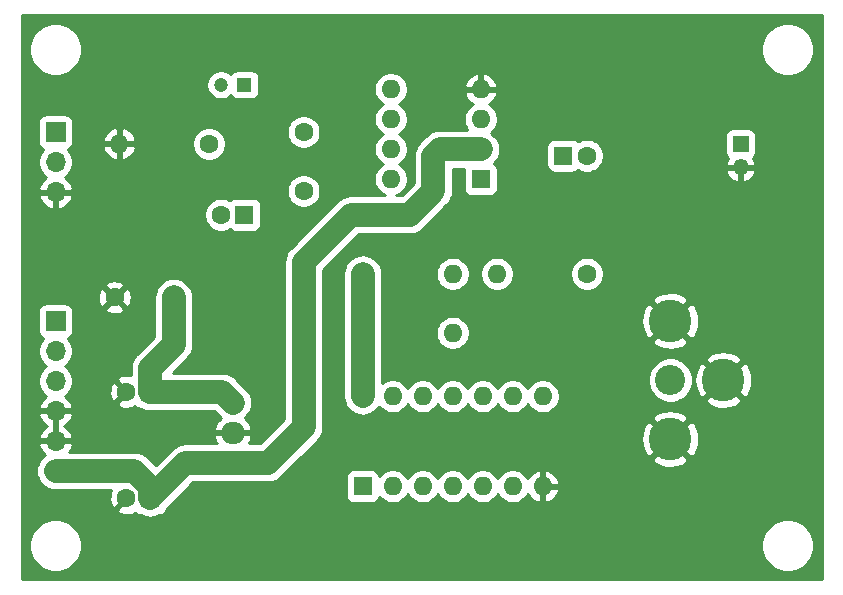
<source format=gbl>
%TF.GenerationSoftware,KiCad,Pcbnew,(5.1.10)-1*%
%TF.CreationDate,2022-07-05T19:15:51+09:00*%
%TF.ProjectId,MZ_CVBS,4d5a5f43-5642-4532-9e6b-696361645f70,rev?*%
%TF.SameCoordinates,Original*%
%TF.FileFunction,Copper,L2,Bot*%
%TF.FilePolarity,Positive*%
%FSLAX46Y46*%
G04 Gerber Fmt 4.6, Leading zero omitted, Abs format (unit mm)*
G04 Created by KiCad (PCBNEW (5.1.10)-1) date 2022-07-05 19:15:51*
%MOMM*%
%LPD*%
G01*
G04 APERTURE LIST*
%TA.AperFunction,ComponentPad*%
%ADD10R,1.200000X1.200000*%
%TD*%
%TA.AperFunction,ComponentPad*%
%ADD11C,1.200000*%
%TD*%
%TA.AperFunction,ComponentPad*%
%ADD12R,1.600000X1.600000*%
%TD*%
%TA.AperFunction,ComponentPad*%
%ADD13C,1.600000*%
%TD*%
%TA.AperFunction,ComponentPad*%
%ADD14R,1.700000X1.700000*%
%TD*%
%TA.AperFunction,ComponentPad*%
%ADD15O,1.700000X1.700000*%
%TD*%
%TA.AperFunction,ComponentPad*%
%ADD16R,1.350000X1.350000*%
%TD*%
%TA.AperFunction,ComponentPad*%
%ADD17O,1.350000X1.350000*%
%TD*%
%TA.AperFunction,ComponentPad*%
%ADD18C,2.550000*%
%TD*%
%TA.AperFunction,ComponentPad*%
%ADD19C,3.616000*%
%TD*%
%TA.AperFunction,ComponentPad*%
%ADD20O,1.600000X1.600000*%
%TD*%
%TA.AperFunction,ComponentPad*%
%ADD21R,2.000000X1.905000*%
%TD*%
%TA.AperFunction,ComponentPad*%
%ADD22O,2.000000X1.905000*%
%TD*%
%TA.AperFunction,Conductor*%
%ADD23C,2.000000*%
%TD*%
%TA.AperFunction,Conductor*%
%ADD24C,0.254000*%
%TD*%
%TA.AperFunction,Conductor*%
%ADD25C,0.100000*%
%TD*%
G04 APERTURE END LIST*
D10*
%TO.P,C1,1*%
%TO.N,Net-(C1-Pad1)*%
X-340000000Y423000000D03*
D11*
%TO.P,C1,2*%
%TO.N,Net-(C1-Pad2)*%
X-342000000Y423000000D03*
%TD*%
D12*
%TO.P,C2,1*%
%TO.N,+12V*%
X-348000000Y388000000D03*
D13*
%TO.P,C2,2*%
%TO.N,GND*%
X-350000000Y388000000D03*
%TD*%
%TO.P,C3,2*%
%TO.N,Net-(C3-Pad2)*%
X-335000000Y414000000D03*
%TO.P,C3,1*%
%TO.N,Net-(C1-Pad1)*%
X-335000000Y419000000D03*
%TD*%
D12*
%TO.P,C4,1*%
%TO.N,Net-(C3-Pad2)*%
X-340000000Y412000000D03*
D13*
%TO.P,C4,2*%
%TO.N,Net-(C4-Pad2)*%
X-342000000Y412000000D03*
%TD*%
%TO.P,C5,1*%
%TO.N,+5V*%
X-346000000Y405000000D03*
%TO.P,C5,2*%
%TO.N,GND*%
X-351000000Y405000000D03*
%TD*%
%TO.P,C6,2*%
%TO.N,GND*%
X-350000000Y397000000D03*
D12*
%TO.P,C6,1*%
%TO.N,+5V*%
X-348000000Y397000000D03*
%TD*%
D13*
%TO.P,C7,2*%
%TO.N,/SP+*%
X-311000000Y417000000D03*
D12*
%TO.P,C7,1*%
%TO.N,Net-(C7-Pad1)*%
X-313000000Y417000000D03*
%TD*%
D14*
%TO.P,J1,1*%
%TO.N,Net-(C1-Pad2)*%
X-356000000Y419000000D03*
D15*
%TO.P,J1,2*%
%TO.N,/Sound*%
X-356000000Y416460000D03*
%TO.P,J1,3*%
%TO.N,GND*%
X-356000000Y413920000D03*
%TD*%
D14*
%TO.P,J2,1*%
%TO.N,/Sound*%
X-356000000Y403000000D03*
D15*
%TO.P,J2,2*%
%TO.N,/Sync*%
X-356000000Y400460000D03*
%TO.P,J2,3*%
%TO.N,/Video*%
X-356000000Y397920000D03*
%TO.P,J2,4*%
%TO.N,GND*%
X-356000000Y395380000D03*
%TO.P,J2,5*%
X-356000000Y392840000D03*
%TO.P,J2,6*%
%TO.N,+12V*%
X-356000000Y390300000D03*
%TD*%
D16*
%TO.P,J3,1*%
%TO.N,/SP+*%
X-298000000Y418000000D03*
D17*
%TO.P,J3,2*%
%TO.N,GND*%
X-298000000Y416000000D03*
%TD*%
D18*
%TO.P,J4,2*%
%TO.N,Net-(J4-Pad2)*%
X-303950000Y398000000D03*
D19*
%TO.P,J4,1A*%
%TO.N,GND*%
X-303950000Y393000000D03*
%TO.P,J4,1B*%
X-303950000Y403000000D03*
%TO.P,J4,1C*%
X-299450000Y398000000D03*
%TD*%
D13*
%TO.P,R1,1*%
%TO.N,Net-(C4-Pad2)*%
X-343000000Y418000000D03*
D20*
%TO.P,R1,2*%
%TO.N,GND*%
X-350620000Y418000000D03*
%TD*%
%TO.P,R2,2*%
%TO.N,Net-(J4-Pad2)*%
X-322380000Y402000000D03*
D13*
%TO.P,R2,1*%
%TO.N,+5V*%
X-330000000Y402000000D03*
%TD*%
%TO.P,R3,1*%
%TO.N,+5V*%
X-330000000Y407000000D03*
D20*
%TO.P,R3,2*%
%TO.N,Net-(R3-Pad2)*%
X-322380000Y407000000D03*
%TD*%
%TO.P,R4,2*%
%TO.N,Net-(R3-Pad2)*%
X-318620000Y407000000D03*
D13*
%TO.P,R4,1*%
%TO.N,Net-(J4-Pad2)*%
X-311000000Y407000000D03*
%TD*%
D12*
%TO.P,U1,1*%
%TO.N,/Sync*%
X-330000000Y389000000D03*
D20*
%TO.P,U1,8*%
%TO.N,N/C*%
X-314760000Y396620000D03*
%TO.P,U1,2*%
%TO.N,Net-(J4-Pad2)*%
X-327460000Y389000000D03*
%TO.P,U1,9*%
%TO.N,N/C*%
X-317300000Y396620000D03*
%TO.P,U1,3*%
%TO.N,/Video*%
X-324920000Y389000000D03*
%TO.P,U1,10*%
%TO.N,N/C*%
X-319840000Y396620000D03*
%TO.P,U1,4*%
%TO.N,Net-(R3-Pad2)*%
X-322380000Y389000000D03*
%TO.P,U1,11*%
%TO.N,N/C*%
X-322380000Y396620000D03*
%TO.P,U1,5*%
X-319840000Y389000000D03*
%TO.P,U1,12*%
X-324920000Y396620000D03*
%TO.P,U1,6*%
X-317300000Y389000000D03*
%TO.P,U1,13*%
X-327460000Y396620000D03*
%TO.P,U1,7*%
%TO.N,GND*%
X-314760000Y389000000D03*
%TO.P,U1,14*%
%TO.N,+5V*%
X-330000000Y396620000D03*
%TD*%
D21*
%TO.P,U2,1*%
%TO.N,+12V*%
X-341000000Y391000000D03*
D22*
%TO.P,U2,2*%
%TO.N,GND*%
X-341000000Y393540000D03*
%TO.P,U2,3*%
%TO.N,+5V*%
X-341000000Y396080000D03*
%TD*%
D12*
%TO.P,U3,1*%
%TO.N,Net-(C7-Pad1)*%
X-320000000Y415000000D03*
D20*
%TO.P,U3,5*%
%TO.N,N/C*%
X-327620000Y422620000D03*
%TO.P,U3,2*%
%TO.N,+12V*%
X-320000000Y417540000D03*
%TO.P,U3,6*%
%TO.N,N/C*%
X-327620000Y420080000D03*
%TO.P,U3,3*%
X-320000000Y420080000D03*
%TO.P,U3,7*%
%TO.N,Net-(C1-Pad1)*%
X-327620000Y417540000D03*
%TO.P,U3,4*%
%TO.N,GND*%
X-320000000Y422620000D03*
%TO.P,U3,8*%
%TO.N,Net-(C3-Pad2)*%
X-327620000Y415000000D03*
%TD*%
D23*
%TO.N,+12V*%
X-348000000Y388960002D02*
X-348000000Y388000000D01*
X-349339998Y390300000D02*
X-348000000Y388960002D01*
X-356000000Y390300000D02*
X-349339998Y390300000D01*
X-345000000Y391000000D02*
X-341000000Y391000000D01*
X-348000000Y388000000D02*
X-345000000Y391000000D01*
X-326000000Y412000000D02*
X-324000000Y414000000D01*
X-324000000Y414000000D02*
X-324000000Y417000000D01*
X-331000000Y412000000D02*
X-326000000Y412000000D01*
X-335000000Y408000000D02*
X-331000000Y412000000D01*
X-335000000Y394000000D02*
X-335000000Y408000000D01*
X-338000000Y391000000D02*
X-335000000Y394000000D01*
X-341000000Y391000000D02*
X-338000000Y391000000D01*
X-323460000Y417540000D02*
X-324000000Y417000000D01*
X-320000000Y417540000D02*
X-323460000Y417540000D01*
%TO.N,+5V*%
X-341920000Y397000000D02*
X-341000000Y396080000D01*
X-348000000Y397000000D02*
X-341920000Y397000000D01*
X-348000000Y397000000D02*
X-348000000Y399000000D01*
X-346000000Y401000000D02*
X-346000000Y405000000D01*
X-348000000Y399000000D02*
X-346000000Y401000000D01*
X-330000000Y407000000D02*
X-330000000Y402000000D01*
X-330000000Y402000000D02*
X-330000000Y396620000D01*
%TD*%
D24*
%TO.N,GND*%
X-291127000Y381127000D02*
X-358873000Y381127000D01*
X-358873000Y384220128D01*
X-358235000Y384220128D01*
X-358235000Y383779872D01*
X-358149110Y383348075D01*
X-357980631Y382941331D01*
X-357736038Y382575271D01*
X-357424729Y382263962D01*
X-357058669Y382019369D01*
X-356651925Y381850890D01*
X-356220128Y381765000D01*
X-355779872Y381765000D01*
X-355348075Y381850890D01*
X-354941331Y382019369D01*
X-354575271Y382263962D01*
X-354263962Y382575271D01*
X-354019369Y382941331D01*
X-353850890Y383348075D01*
X-353765000Y383779872D01*
X-353765000Y384220128D01*
X-296235000Y384220128D01*
X-296235000Y383779872D01*
X-296149110Y383348075D01*
X-295980631Y382941331D01*
X-295736038Y382575271D01*
X-295424729Y382263962D01*
X-295058669Y382019369D01*
X-294651925Y381850890D01*
X-294220128Y381765000D01*
X-293779872Y381765000D01*
X-293348075Y381850890D01*
X-292941331Y382019369D01*
X-292575271Y382263962D01*
X-292263962Y382575271D01*
X-292019369Y382941331D01*
X-291850890Y383348075D01*
X-291765000Y383779872D01*
X-291765000Y384220128D01*
X-291850890Y384651925D01*
X-292019369Y385058669D01*
X-292263962Y385424729D01*
X-292575271Y385736038D01*
X-292941331Y385980631D01*
X-293348075Y386149110D01*
X-293779872Y386235000D01*
X-294220128Y386235000D01*
X-294651925Y386149110D01*
X-295058669Y385980631D01*
X-295424729Y385736038D01*
X-295736038Y385424729D01*
X-295980631Y385058669D01*
X-296149110Y384651925D01*
X-296235000Y384220128D01*
X-353765000Y384220128D01*
X-353850890Y384651925D01*
X-354019369Y385058669D01*
X-354263962Y385424729D01*
X-354575271Y385736038D01*
X-354941331Y385980631D01*
X-355348075Y386149110D01*
X-355779872Y386235000D01*
X-356220128Y386235000D01*
X-356651925Y386149110D01*
X-357058669Y385980631D01*
X-357424729Y385736038D01*
X-357736038Y385424729D01*
X-357980631Y385058669D01*
X-358149110Y384651925D01*
X-358235000Y384220128D01*
X-358873000Y384220128D01*
X-358873000Y390300000D01*
X-357642911Y390300000D01*
X-357611343Y389979484D01*
X-357517852Y389671285D01*
X-357366031Y389387248D01*
X-357161714Y389138286D01*
X-356912752Y388933969D01*
X-356628715Y388782148D01*
X-356320516Y388688657D01*
X-356080322Y388665000D01*
X-351272875Y388665000D01*
X-351357571Y388486004D01*
X-351426300Y388211816D01*
X-351440217Y387929488D01*
X-351398787Y387649870D01*
X-351303603Y387383708D01*
X-351236671Y387258486D01*
X-350992702Y387186903D01*
X-350179605Y388000000D01*
X-350193748Y388014143D01*
X-350014143Y388193748D01*
X-350000000Y388179605D01*
X-349985858Y388193748D01*
X-349806253Y388014143D01*
X-349820395Y388000000D01*
X-349806253Y387985858D01*
X-349985858Y387806253D01*
X-350000000Y387820395D01*
X-350813097Y387007298D01*
X-350741514Y386763329D01*
X-350486004Y386642429D01*
X-350211816Y386573700D01*
X-349929488Y386559783D01*
X-349649870Y386601213D01*
X-349383708Y386696397D01*
X-349261691Y386761616D01*
X-349251185Y386748815D01*
X-349154494Y386669463D01*
X-349044180Y386610498D01*
X-348924482Y386574188D01*
X-348800000Y386561928D01*
X-348777972Y386561928D01*
X-348628714Y386482148D01*
X-348320515Y386388657D01*
X-348000000Y386357089D01*
X-347679484Y386388657D01*
X-347371285Y386482148D01*
X-347222027Y386561928D01*
X-347200000Y386561928D01*
X-347075518Y386574188D01*
X-346955820Y386610498D01*
X-346845506Y386669463D01*
X-346748815Y386748815D01*
X-346669463Y386845506D01*
X-346610498Y386955820D01*
X-346574188Y387075518D01*
X-346570030Y387117731D01*
X-344322760Y389365000D01*
X-338080319Y389365000D01*
X-338000000Y389357089D01*
X-337919681Y389365000D01*
X-337919678Y389365000D01*
X-337679484Y389388657D01*
X-337371285Y389482148D01*
X-337087248Y389633969D01*
X-336884938Y389800000D01*
X-331438072Y389800000D01*
X-331438072Y388200000D01*
X-331425812Y388075518D01*
X-331389502Y387955820D01*
X-331330537Y387845506D01*
X-331251185Y387748815D01*
X-331154494Y387669463D01*
X-331044180Y387610498D01*
X-330924482Y387574188D01*
X-330800000Y387561928D01*
X-329200000Y387561928D01*
X-329075518Y387574188D01*
X-328955820Y387610498D01*
X-328845506Y387669463D01*
X-328748815Y387748815D01*
X-328669463Y387845506D01*
X-328610498Y387955820D01*
X-328574188Y388075518D01*
X-328573357Y388083961D01*
X-328374759Y387885363D01*
X-328139727Y387728320D01*
X-327878574Y387620147D01*
X-327601335Y387565000D01*
X-327318665Y387565000D01*
X-327041426Y387620147D01*
X-326780273Y387728320D01*
X-326545241Y387885363D01*
X-326345363Y388085241D01*
X-326190000Y388317759D01*
X-326034637Y388085241D01*
X-325834759Y387885363D01*
X-325599727Y387728320D01*
X-325338574Y387620147D01*
X-325061335Y387565000D01*
X-324778665Y387565000D01*
X-324501426Y387620147D01*
X-324240273Y387728320D01*
X-324005241Y387885363D01*
X-323805363Y388085241D01*
X-323650000Y388317759D01*
X-323494637Y388085241D01*
X-323294759Y387885363D01*
X-323059727Y387728320D01*
X-322798574Y387620147D01*
X-322521335Y387565000D01*
X-322238665Y387565000D01*
X-321961426Y387620147D01*
X-321700273Y387728320D01*
X-321465241Y387885363D01*
X-321265363Y388085241D01*
X-321110000Y388317759D01*
X-320954637Y388085241D01*
X-320754759Y387885363D01*
X-320519727Y387728320D01*
X-320258574Y387620147D01*
X-319981335Y387565000D01*
X-319698665Y387565000D01*
X-319421426Y387620147D01*
X-319160273Y387728320D01*
X-318925241Y387885363D01*
X-318725363Y388085241D01*
X-318570000Y388317759D01*
X-318414637Y388085241D01*
X-318214759Y387885363D01*
X-317979727Y387728320D01*
X-317718574Y387620147D01*
X-317441335Y387565000D01*
X-317158665Y387565000D01*
X-316881426Y387620147D01*
X-316620273Y387728320D01*
X-316385241Y387885363D01*
X-316185363Y388085241D01*
X-316028320Y388320273D01*
X-316023933Y388330865D01*
X-315912385Y388144869D01*
X-315723414Y387936481D01*
X-315497420Y387768963D01*
X-315243087Y387648754D01*
X-315109039Y387608096D01*
X-314887000Y387730085D01*
X-314887000Y388873000D01*
X-314633000Y388873000D01*
X-314633000Y387730085D01*
X-314410961Y387608096D01*
X-314276913Y387648754D01*
X-314022580Y387768963D01*
X-313796586Y387936481D01*
X-313607615Y388144869D01*
X-313462930Y388386119D01*
X-313368091Y388650960D01*
X-313489376Y388873000D01*
X-314633000Y388873000D01*
X-314887000Y388873000D01*
X-314907000Y388873000D01*
X-314907000Y389127000D01*
X-314887000Y389127000D01*
X-314887000Y390269915D01*
X-314633000Y390269915D01*
X-314633000Y389127000D01*
X-313489376Y389127000D01*
X-313368091Y389349040D01*
X-313462930Y389613881D01*
X-313607615Y389855131D01*
X-313796586Y390063519D01*
X-314022580Y390231037D01*
X-314276913Y390351246D01*
X-314410961Y390391904D01*
X-314633000Y390269915D01*
X-314887000Y390269915D01*
X-315109039Y390391904D01*
X-315243087Y390351246D01*
X-315497420Y390231037D01*
X-315723414Y390063519D01*
X-315912385Y389855131D01*
X-316023933Y389669135D01*
X-316028320Y389679727D01*
X-316185363Y389914759D01*
X-316385241Y390114637D01*
X-316620273Y390271680D01*
X-316881426Y390379853D01*
X-317158665Y390435000D01*
X-317441335Y390435000D01*
X-317718574Y390379853D01*
X-317979727Y390271680D01*
X-318214759Y390114637D01*
X-318414637Y389914759D01*
X-318570000Y389682241D01*
X-318725363Y389914759D01*
X-318925241Y390114637D01*
X-319160273Y390271680D01*
X-319421426Y390379853D01*
X-319698665Y390435000D01*
X-319981335Y390435000D01*
X-320258574Y390379853D01*
X-320519727Y390271680D01*
X-320754759Y390114637D01*
X-320954637Y389914759D01*
X-321110000Y389682241D01*
X-321265363Y389914759D01*
X-321465241Y390114637D01*
X-321700273Y390271680D01*
X-321961426Y390379853D01*
X-322238665Y390435000D01*
X-322521335Y390435000D01*
X-322798574Y390379853D01*
X-323059727Y390271680D01*
X-323294759Y390114637D01*
X-323494637Y389914759D01*
X-323650000Y389682241D01*
X-323805363Y389914759D01*
X-324005241Y390114637D01*
X-324240273Y390271680D01*
X-324501426Y390379853D01*
X-324778665Y390435000D01*
X-325061335Y390435000D01*
X-325338574Y390379853D01*
X-325599727Y390271680D01*
X-325834759Y390114637D01*
X-326034637Y389914759D01*
X-326190000Y389682241D01*
X-326345363Y389914759D01*
X-326545241Y390114637D01*
X-326780273Y390271680D01*
X-327041426Y390379853D01*
X-327318665Y390435000D01*
X-327601335Y390435000D01*
X-327878574Y390379853D01*
X-328139727Y390271680D01*
X-328374759Y390114637D01*
X-328573357Y389916039D01*
X-328574188Y389924482D01*
X-328610498Y390044180D01*
X-328669463Y390154494D01*
X-328748815Y390251185D01*
X-328845506Y390330537D01*
X-328955820Y390389502D01*
X-329075518Y390425812D01*
X-329200000Y390438072D01*
X-330800000Y390438072D01*
X-330924482Y390425812D01*
X-331044180Y390389502D01*
X-331154494Y390330537D01*
X-331251185Y390251185D01*
X-331330537Y390154494D01*
X-331389502Y390044180D01*
X-331425812Y389924482D01*
X-331438072Y389800000D01*
X-336884938Y389800000D01*
X-336838286Y389838286D01*
X-336787076Y389900686D01*
X-335398646Y391289116D01*
X-305481279Y391289116D01*
X-305288230Y390942019D01*
X-304861024Y390720486D01*
X-304398808Y390586555D01*
X-303919345Y390545370D01*
X-303441059Y390598516D01*
X-302982332Y390743950D01*
X-302611770Y390942019D01*
X-302418721Y391289116D01*
X-303950000Y392820395D01*
X-305481279Y391289116D01*
X-335398646Y391289116D01*
X-333900675Y392787085D01*
X-333838286Y392838286D01*
X-333730730Y392969345D01*
X-306404630Y392969345D01*
X-306351484Y392491059D01*
X-306206050Y392032332D01*
X-306007981Y391661770D01*
X-305660884Y391468721D01*
X-304129605Y393000000D01*
X-303770395Y393000000D01*
X-302239116Y391468721D01*
X-301892019Y391661770D01*
X-301670486Y392088976D01*
X-301536555Y392551192D01*
X-301495370Y393030655D01*
X-301548516Y393508941D01*
X-301693950Y393967668D01*
X-301892019Y394338230D01*
X-302239116Y394531279D01*
X-303770395Y393000000D01*
X-304129605Y393000000D01*
X-305660884Y394531279D01*
X-306007981Y394338230D01*
X-306229514Y393911024D01*
X-306363445Y393448808D01*
X-306404630Y392969345D01*
X-333730730Y392969345D01*
X-333633969Y393087248D01*
X-333482148Y393371285D01*
X-333458632Y393448808D01*
X-333388657Y393679483D01*
X-333357089Y394000000D01*
X-333365000Y394080322D01*
X-333365000Y394710884D01*
X-305481279Y394710884D01*
X-303950000Y393179605D01*
X-302418721Y394710884D01*
X-302611770Y395057981D01*
X-303038976Y395279514D01*
X-303501192Y395413445D01*
X-303980655Y395454630D01*
X-304458941Y395401484D01*
X-304917668Y395256050D01*
X-305288230Y395057981D01*
X-305481279Y394710884D01*
X-333365000Y394710884D01*
X-333365000Y407080321D01*
X-331635000Y407080321D01*
X-331634999Y402080331D01*
X-331635000Y402080321D01*
X-331634999Y396539678D01*
X-331611342Y396299484D01*
X-331517851Y395991285D01*
X-331366030Y395707248D01*
X-331161713Y395458286D01*
X-330912751Y395253969D01*
X-330628714Y395102148D01*
X-330320515Y395008657D01*
X-330000000Y394977089D01*
X-329679484Y395008657D01*
X-329371285Y395102148D01*
X-329087248Y395253969D01*
X-328838286Y395458286D01*
X-328633969Y395707248D01*
X-328608196Y395755466D01*
X-328574637Y395705241D01*
X-328374759Y395505363D01*
X-328139727Y395348320D01*
X-327878574Y395240147D01*
X-327601335Y395185000D01*
X-327318665Y395185000D01*
X-327041426Y395240147D01*
X-326780273Y395348320D01*
X-326545241Y395505363D01*
X-326345363Y395705241D01*
X-326190000Y395937759D01*
X-326034637Y395705241D01*
X-325834759Y395505363D01*
X-325599727Y395348320D01*
X-325338574Y395240147D01*
X-325061335Y395185000D01*
X-324778665Y395185000D01*
X-324501426Y395240147D01*
X-324240273Y395348320D01*
X-324005241Y395505363D01*
X-323805363Y395705241D01*
X-323650000Y395937759D01*
X-323494637Y395705241D01*
X-323294759Y395505363D01*
X-323059727Y395348320D01*
X-322798574Y395240147D01*
X-322521335Y395185000D01*
X-322238665Y395185000D01*
X-321961426Y395240147D01*
X-321700273Y395348320D01*
X-321465241Y395505363D01*
X-321265363Y395705241D01*
X-321110000Y395937759D01*
X-320954637Y395705241D01*
X-320754759Y395505363D01*
X-320519727Y395348320D01*
X-320258574Y395240147D01*
X-319981335Y395185000D01*
X-319698665Y395185000D01*
X-319421426Y395240147D01*
X-319160273Y395348320D01*
X-318925241Y395505363D01*
X-318725363Y395705241D01*
X-318570000Y395937759D01*
X-318414637Y395705241D01*
X-318214759Y395505363D01*
X-317979727Y395348320D01*
X-317718574Y395240147D01*
X-317441335Y395185000D01*
X-317158665Y395185000D01*
X-316881426Y395240147D01*
X-316620273Y395348320D01*
X-316385241Y395505363D01*
X-316185363Y395705241D01*
X-316030000Y395937759D01*
X-315874637Y395705241D01*
X-315674759Y395505363D01*
X-315439727Y395348320D01*
X-315178574Y395240147D01*
X-314901335Y395185000D01*
X-314618665Y395185000D01*
X-314341426Y395240147D01*
X-314080273Y395348320D01*
X-313845241Y395505363D01*
X-313645363Y395705241D01*
X-313488320Y395940273D01*
X-313380147Y396201426D01*
X-313325000Y396478665D01*
X-313325000Y396761335D01*
X-313380147Y397038574D01*
X-313488320Y397299727D01*
X-313645363Y397534759D01*
X-313845241Y397734637D01*
X-314080273Y397891680D01*
X-314341426Y397999853D01*
X-314618665Y398055000D01*
X-314901335Y398055000D01*
X-315178574Y397999853D01*
X-315439727Y397891680D01*
X-315674759Y397734637D01*
X-315874637Y397534759D01*
X-316030000Y397302241D01*
X-316185363Y397534759D01*
X-316385241Y397734637D01*
X-316620273Y397891680D01*
X-316881426Y397999853D01*
X-317158665Y398055000D01*
X-317441335Y398055000D01*
X-317718574Y397999853D01*
X-317979727Y397891680D01*
X-318214759Y397734637D01*
X-318414637Y397534759D01*
X-318570000Y397302241D01*
X-318725363Y397534759D01*
X-318925241Y397734637D01*
X-319160273Y397891680D01*
X-319421426Y397999853D01*
X-319698665Y398055000D01*
X-319981335Y398055000D01*
X-320258574Y397999853D01*
X-320519727Y397891680D01*
X-320754759Y397734637D01*
X-320954637Y397534759D01*
X-321110000Y397302241D01*
X-321265363Y397534759D01*
X-321465241Y397734637D01*
X-321700273Y397891680D01*
X-321961426Y397999853D01*
X-322238665Y398055000D01*
X-322521335Y398055000D01*
X-322798574Y397999853D01*
X-323059727Y397891680D01*
X-323294759Y397734637D01*
X-323494637Y397534759D01*
X-323650000Y397302241D01*
X-323805363Y397534759D01*
X-324005241Y397734637D01*
X-324240273Y397891680D01*
X-324501426Y397999853D01*
X-324778665Y398055000D01*
X-325061335Y398055000D01*
X-325338574Y397999853D01*
X-325599727Y397891680D01*
X-325834759Y397734637D01*
X-326034637Y397534759D01*
X-326190000Y397302241D01*
X-326345363Y397534759D01*
X-326545241Y397734637D01*
X-326780273Y397891680D01*
X-327041426Y397999853D01*
X-327318665Y398055000D01*
X-327601335Y398055000D01*
X-327878574Y397999853D01*
X-328139727Y397891680D01*
X-328365000Y397741158D01*
X-328365000Y398188119D01*
X-305860000Y398188119D01*
X-305860000Y397811881D01*
X-305786600Y397442873D01*
X-305642620Y397095276D01*
X-305433594Y396782446D01*
X-305167554Y396516406D01*
X-304854724Y396307380D01*
X-304507127Y396163400D01*
X-304138119Y396090000D01*
X-303761881Y396090000D01*
X-303392873Y396163400D01*
X-303089370Y396289116D01*
X-300981279Y396289116D01*
X-300788230Y395942019D01*
X-300361024Y395720486D01*
X-299898808Y395586555D01*
X-299419345Y395545370D01*
X-298941059Y395598516D01*
X-298482332Y395743950D01*
X-298111770Y395942019D01*
X-297918721Y396289116D01*
X-299450000Y397820395D01*
X-300981279Y396289116D01*
X-303089370Y396289116D01*
X-303045276Y396307380D01*
X-302732446Y396516406D01*
X-302466406Y396782446D01*
X-302257380Y397095276D01*
X-302113400Y397442873D01*
X-302040000Y397811881D01*
X-302040000Y397969345D01*
X-301904630Y397969345D01*
X-301851484Y397491059D01*
X-301706050Y397032332D01*
X-301507981Y396661770D01*
X-301160884Y396468721D01*
X-299629605Y398000000D01*
X-299270395Y398000000D01*
X-297739116Y396468721D01*
X-297392019Y396661770D01*
X-297170486Y397088976D01*
X-297036555Y397551192D01*
X-296995370Y398030655D01*
X-297048516Y398508941D01*
X-297193950Y398967668D01*
X-297392019Y399338230D01*
X-297739116Y399531279D01*
X-299270395Y398000000D01*
X-299629605Y398000000D01*
X-301160884Y399531279D01*
X-301507981Y399338230D01*
X-301729514Y398911024D01*
X-301863445Y398448808D01*
X-301904630Y397969345D01*
X-302040000Y397969345D01*
X-302040000Y398188119D01*
X-302113400Y398557127D01*
X-302257380Y398904724D01*
X-302466406Y399217554D01*
X-302732446Y399483594D01*
X-303045276Y399692620D01*
X-303089369Y399710884D01*
X-300981279Y399710884D01*
X-299450000Y398179605D01*
X-297918721Y399710884D01*
X-298111770Y400057981D01*
X-298538976Y400279514D01*
X-299001192Y400413445D01*
X-299480655Y400454630D01*
X-299958941Y400401484D01*
X-300417668Y400256050D01*
X-300788230Y400057981D01*
X-300981279Y399710884D01*
X-303089369Y399710884D01*
X-303392873Y399836600D01*
X-303761881Y399910000D01*
X-304138119Y399910000D01*
X-304507127Y399836600D01*
X-304854724Y399692620D01*
X-305167554Y399483594D01*
X-305433594Y399217554D01*
X-305642620Y398904724D01*
X-305786600Y398557127D01*
X-305860000Y398188119D01*
X-328365000Y398188119D01*
X-328365000Y402141335D01*
X-323815000Y402141335D01*
X-323815000Y401858665D01*
X-323759853Y401581426D01*
X-323651680Y401320273D01*
X-323494637Y401085241D01*
X-323294759Y400885363D01*
X-323059727Y400728320D01*
X-322798574Y400620147D01*
X-322521335Y400565000D01*
X-322238665Y400565000D01*
X-321961426Y400620147D01*
X-321700273Y400728320D01*
X-321465241Y400885363D01*
X-321265363Y401085241D01*
X-321129139Y401289116D01*
X-305481279Y401289116D01*
X-305288230Y400942019D01*
X-304861024Y400720486D01*
X-304398808Y400586555D01*
X-303919345Y400545370D01*
X-303441059Y400598516D01*
X-302982332Y400743950D01*
X-302611770Y400942019D01*
X-302418721Y401289116D01*
X-303950000Y402820395D01*
X-305481279Y401289116D01*
X-321129139Y401289116D01*
X-321108320Y401320273D01*
X-321000147Y401581426D01*
X-320945000Y401858665D01*
X-320945000Y402141335D01*
X-321000147Y402418574D01*
X-321108320Y402679727D01*
X-321265363Y402914759D01*
X-321319949Y402969345D01*
X-306404630Y402969345D01*
X-306351484Y402491059D01*
X-306206050Y402032332D01*
X-306007981Y401661770D01*
X-305660884Y401468721D01*
X-304129605Y403000000D01*
X-303770395Y403000000D01*
X-302239116Y401468721D01*
X-301892019Y401661770D01*
X-301670486Y402088976D01*
X-301536555Y402551192D01*
X-301495370Y403030655D01*
X-301548516Y403508941D01*
X-301693950Y403967668D01*
X-301892019Y404338230D01*
X-302239116Y404531279D01*
X-303770395Y403000000D01*
X-304129605Y403000000D01*
X-305660884Y404531279D01*
X-306007981Y404338230D01*
X-306229514Y403911024D01*
X-306363445Y403448808D01*
X-306404630Y402969345D01*
X-321319949Y402969345D01*
X-321465241Y403114637D01*
X-321700273Y403271680D01*
X-321961426Y403379853D01*
X-322238665Y403435000D01*
X-322521335Y403435000D01*
X-322798574Y403379853D01*
X-323059727Y403271680D01*
X-323294759Y403114637D01*
X-323494637Y402914759D01*
X-323651680Y402679727D01*
X-323759853Y402418574D01*
X-323815000Y402141335D01*
X-328365000Y402141335D01*
X-328365000Y404710884D01*
X-305481279Y404710884D01*
X-303950000Y403179605D01*
X-302418721Y404710884D01*
X-302611770Y405057981D01*
X-303038976Y405279514D01*
X-303501192Y405413445D01*
X-303980655Y405454630D01*
X-304458941Y405401484D01*
X-304917668Y405256050D01*
X-305288230Y405057981D01*
X-305481279Y404710884D01*
X-328365000Y404710884D01*
X-328365000Y407080322D01*
X-328371009Y407141335D01*
X-323815000Y407141335D01*
X-323815000Y406858665D01*
X-323759853Y406581426D01*
X-323651680Y406320273D01*
X-323494637Y406085241D01*
X-323294759Y405885363D01*
X-323059727Y405728320D01*
X-322798574Y405620147D01*
X-322521335Y405565000D01*
X-322238665Y405565000D01*
X-321961426Y405620147D01*
X-321700273Y405728320D01*
X-321465241Y405885363D01*
X-321265363Y406085241D01*
X-321108320Y406320273D01*
X-321000147Y406581426D01*
X-320945000Y406858665D01*
X-320945000Y407141335D01*
X-320055000Y407141335D01*
X-320055000Y406858665D01*
X-319999853Y406581426D01*
X-319891680Y406320273D01*
X-319734637Y406085241D01*
X-319534759Y405885363D01*
X-319299727Y405728320D01*
X-319038574Y405620147D01*
X-318761335Y405565000D01*
X-318478665Y405565000D01*
X-318201426Y405620147D01*
X-317940273Y405728320D01*
X-317705241Y405885363D01*
X-317505363Y406085241D01*
X-317348320Y406320273D01*
X-317240147Y406581426D01*
X-317185000Y406858665D01*
X-317185000Y407141335D01*
X-312435000Y407141335D01*
X-312435000Y406858665D01*
X-312379853Y406581426D01*
X-312271680Y406320273D01*
X-312114637Y406085241D01*
X-311914759Y405885363D01*
X-311679727Y405728320D01*
X-311418574Y405620147D01*
X-311141335Y405565000D01*
X-310858665Y405565000D01*
X-310581426Y405620147D01*
X-310320273Y405728320D01*
X-310085241Y405885363D01*
X-309885363Y406085241D01*
X-309728320Y406320273D01*
X-309620147Y406581426D01*
X-309565000Y406858665D01*
X-309565000Y407141335D01*
X-309620147Y407418574D01*
X-309728320Y407679727D01*
X-309885363Y407914759D01*
X-310085241Y408114637D01*
X-310320273Y408271680D01*
X-310581426Y408379853D01*
X-310858665Y408435000D01*
X-311141335Y408435000D01*
X-311418574Y408379853D01*
X-311679727Y408271680D01*
X-311914759Y408114637D01*
X-312114637Y407914759D01*
X-312271680Y407679727D01*
X-312379853Y407418574D01*
X-312435000Y407141335D01*
X-317185000Y407141335D01*
X-317240147Y407418574D01*
X-317348320Y407679727D01*
X-317505363Y407914759D01*
X-317705241Y408114637D01*
X-317940273Y408271680D01*
X-318201426Y408379853D01*
X-318478665Y408435000D01*
X-318761335Y408435000D01*
X-319038574Y408379853D01*
X-319299727Y408271680D01*
X-319534759Y408114637D01*
X-319734637Y407914759D01*
X-319891680Y407679727D01*
X-319999853Y407418574D01*
X-320055000Y407141335D01*
X-320945000Y407141335D01*
X-321000147Y407418574D01*
X-321108320Y407679727D01*
X-321265363Y407914759D01*
X-321465241Y408114637D01*
X-321700273Y408271680D01*
X-321961426Y408379853D01*
X-322238665Y408435000D01*
X-322521335Y408435000D01*
X-322798574Y408379853D01*
X-323059727Y408271680D01*
X-323294759Y408114637D01*
X-323494637Y407914759D01*
X-323651680Y407679727D01*
X-323759853Y407418574D01*
X-323815000Y407141335D01*
X-328371009Y407141335D01*
X-328388657Y407320516D01*
X-328482148Y407628715D01*
X-328633969Y407912752D01*
X-328838286Y408161714D01*
X-329087249Y408366031D01*
X-329371286Y408517852D01*
X-329679485Y408611343D01*
X-330000000Y408642911D01*
X-330320516Y408611343D01*
X-330628715Y408517852D01*
X-330912752Y408366031D01*
X-331161714Y408161714D01*
X-331366031Y407912751D01*
X-331517852Y407628714D01*
X-331611343Y407320515D01*
X-331635000Y407080321D01*
X-333365000Y407080321D01*
X-333365000Y407322762D01*
X-330322761Y410365000D01*
X-326080319Y410365000D01*
X-326000000Y410357089D01*
X-325919681Y410365000D01*
X-325919678Y410365000D01*
X-325679484Y410388657D01*
X-325371285Y410482148D01*
X-325087248Y410633969D01*
X-324838286Y410838286D01*
X-324787075Y410900687D01*
X-322900680Y412787081D01*
X-322838286Y412838286D01*
X-322633969Y413087248D01*
X-322482148Y413371285D01*
X-322388657Y413679484D01*
X-322365000Y413919678D01*
X-322365000Y413919680D01*
X-322357089Y413999999D01*
X-322365000Y414080319D01*
X-322365000Y415905000D01*
X-321427731Y415905000D01*
X-321438072Y415800000D01*
X-321438072Y414200000D01*
X-321425812Y414075518D01*
X-321389502Y413955820D01*
X-321330537Y413845506D01*
X-321251185Y413748815D01*
X-321154494Y413669463D01*
X-321044180Y413610498D01*
X-320924482Y413574188D01*
X-320800000Y413561928D01*
X-319200000Y413561928D01*
X-319075518Y413574188D01*
X-318955820Y413610498D01*
X-318845506Y413669463D01*
X-318748815Y413748815D01*
X-318669463Y413845506D01*
X-318610498Y413955820D01*
X-318574188Y414075518D01*
X-318561928Y414200000D01*
X-318561928Y415800000D01*
X-318574188Y415924482D01*
X-318610498Y416044180D01*
X-318669463Y416154494D01*
X-318748815Y416251185D01*
X-318845506Y416330537D01*
X-318876368Y416347033D01*
X-318838286Y416378286D01*
X-318633969Y416627248D01*
X-318482148Y416911285D01*
X-318388657Y417219484D01*
X-318357089Y417540000D01*
X-318382696Y417800000D01*
X-314438072Y417800000D01*
X-314438072Y416200000D01*
X-314425812Y416075518D01*
X-314389502Y415955820D01*
X-314330537Y415845506D01*
X-314251185Y415748815D01*
X-314154494Y415669463D01*
X-314044180Y415610498D01*
X-313924482Y415574188D01*
X-313800000Y415561928D01*
X-312200000Y415561928D01*
X-312075518Y415574188D01*
X-311955820Y415610498D01*
X-311845506Y415669463D01*
X-311748815Y415748815D01*
X-311735210Y415765393D01*
X-311679727Y415728320D01*
X-311418574Y415620147D01*
X-311141335Y415565000D01*
X-310858665Y415565000D01*
X-310581426Y415620147D01*
X-310459622Y415670600D01*
X-299267910Y415670600D01*
X-299237238Y415569472D01*
X-299129473Y415336371D01*
X-298978303Y415128773D01*
X-298789537Y414954656D01*
X-298570430Y414820711D01*
X-298329401Y414732085D01*
X-298127000Y414854915D01*
X-298127000Y415873000D01*
X-297873000Y415873000D01*
X-297873000Y414854915D01*
X-297670599Y414732085D01*
X-297429570Y414820711D01*
X-297210463Y414954656D01*
X-297021697Y415128773D01*
X-296870527Y415336371D01*
X-296762762Y415569472D01*
X-296732090Y415670600D01*
X-296855776Y415873000D01*
X-297873000Y415873000D01*
X-298127000Y415873000D01*
X-299144224Y415873000D01*
X-299267910Y415670600D01*
X-310459622Y415670600D01*
X-310320273Y415728320D01*
X-310085241Y415885363D01*
X-309885363Y416085241D01*
X-309728320Y416320273D01*
X-309620147Y416581426D01*
X-309565000Y416858665D01*
X-309565000Y417141335D01*
X-309620147Y417418574D01*
X-309728320Y417679727D01*
X-309885363Y417914759D01*
X-310085241Y418114637D01*
X-310320273Y418271680D01*
X-310581426Y418379853D01*
X-310858665Y418435000D01*
X-311141335Y418435000D01*
X-311418574Y418379853D01*
X-311679727Y418271680D01*
X-311735210Y418234607D01*
X-311748815Y418251185D01*
X-311845506Y418330537D01*
X-311955820Y418389502D01*
X-312075518Y418425812D01*
X-312200000Y418438072D01*
X-313800000Y418438072D01*
X-313924482Y418425812D01*
X-314044180Y418389502D01*
X-314154494Y418330537D01*
X-314251185Y418251185D01*
X-314330537Y418154494D01*
X-314389502Y418044180D01*
X-314425812Y417924482D01*
X-314438072Y417800000D01*
X-318382696Y417800000D01*
X-318388657Y417860516D01*
X-318482148Y418168715D01*
X-318633969Y418452752D01*
X-318816362Y418675000D01*
X-299313072Y418675000D01*
X-299313072Y417325000D01*
X-299300812Y417200518D01*
X-299264502Y417080820D01*
X-299205537Y416970506D01*
X-299126185Y416873815D01*
X-299032441Y416796881D01*
X-299129473Y416663629D01*
X-299237238Y416430528D01*
X-299267910Y416329400D01*
X-299144224Y416127000D01*
X-298127000Y416127000D01*
X-298127000Y416147000D01*
X-297873000Y416147000D01*
X-297873000Y416127000D01*
X-296855776Y416127000D01*
X-296732090Y416329400D01*
X-296762762Y416430528D01*
X-296870527Y416663629D01*
X-296967559Y416796881D01*
X-296873815Y416873815D01*
X-296794463Y416970506D01*
X-296735498Y417080820D01*
X-296699188Y417200518D01*
X-296686928Y417325000D01*
X-296686928Y418675000D01*
X-296699188Y418799482D01*
X-296735498Y418919180D01*
X-296794463Y419029494D01*
X-296873815Y419126185D01*
X-296970506Y419205537D01*
X-297080820Y419264502D01*
X-297200518Y419300812D01*
X-297325000Y419313072D01*
X-298675000Y419313072D01*
X-298799482Y419300812D01*
X-298919180Y419264502D01*
X-299029494Y419205537D01*
X-299126185Y419126185D01*
X-299205537Y419029494D01*
X-299264502Y418919180D01*
X-299300812Y418799482D01*
X-299313072Y418675000D01*
X-318816362Y418675000D01*
X-318838286Y418701714D01*
X-319087248Y418906031D01*
X-319135466Y418931804D01*
X-319085241Y418965363D01*
X-318885363Y419165241D01*
X-318728320Y419400273D01*
X-318620147Y419661426D01*
X-318565000Y419938665D01*
X-318565000Y420221335D01*
X-318620147Y420498574D01*
X-318728320Y420759727D01*
X-318885363Y420994759D01*
X-319085241Y421194637D01*
X-319320273Y421351680D01*
X-319330865Y421356067D01*
X-319144869Y421467615D01*
X-318936481Y421656586D01*
X-318768963Y421882580D01*
X-318648754Y422136913D01*
X-318608096Y422270961D01*
X-318730085Y422493000D01*
X-319873000Y422493000D01*
X-319873000Y422473000D01*
X-320127000Y422473000D01*
X-320127000Y422493000D01*
X-321269915Y422493000D01*
X-321391904Y422270961D01*
X-321351246Y422136913D01*
X-321231037Y421882580D01*
X-321063519Y421656586D01*
X-320855131Y421467615D01*
X-320669135Y421356067D01*
X-320679727Y421351680D01*
X-320914759Y421194637D01*
X-321114637Y420994759D01*
X-321271680Y420759727D01*
X-321379853Y420498574D01*
X-321435000Y420221335D01*
X-321435000Y419938665D01*
X-321379853Y419661426D01*
X-321271680Y419400273D01*
X-321121158Y419175000D01*
X-323379681Y419175000D01*
X-323460001Y419182911D01*
X-323540320Y419175000D01*
X-323540322Y419175000D01*
X-323780516Y419151343D01*
X-324088715Y419057852D01*
X-324372752Y418906031D01*
X-324621714Y418701714D01*
X-324672925Y418639313D01*
X-325099318Y418212920D01*
X-325161713Y418161714D01*
X-325328425Y417958574D01*
X-325366030Y417912752D01*
X-325517852Y417628714D01*
X-325611342Y417320516D01*
X-325642911Y417000000D01*
X-325634999Y416919671D01*
X-325635000Y414677239D01*
X-326677238Y413635000D01*
X-327165568Y413635000D01*
X-326940273Y413728320D01*
X-326705241Y413885363D01*
X-326505363Y414085241D01*
X-326348320Y414320273D01*
X-326240147Y414581426D01*
X-326185000Y414858665D01*
X-326185000Y415141335D01*
X-326240147Y415418574D01*
X-326348320Y415679727D01*
X-326505363Y415914759D01*
X-326705241Y416114637D01*
X-326937759Y416270000D01*
X-326705241Y416425363D01*
X-326505363Y416625241D01*
X-326348320Y416860273D01*
X-326240147Y417121426D01*
X-326185000Y417398665D01*
X-326185000Y417681335D01*
X-326240147Y417958574D01*
X-326348320Y418219727D01*
X-326505363Y418454759D01*
X-326705241Y418654637D01*
X-326937759Y418810000D01*
X-326705241Y418965363D01*
X-326505363Y419165241D01*
X-326348320Y419400273D01*
X-326240147Y419661426D01*
X-326185000Y419938665D01*
X-326185000Y420221335D01*
X-326240147Y420498574D01*
X-326348320Y420759727D01*
X-326505363Y420994759D01*
X-326705241Y421194637D01*
X-326937759Y421350000D01*
X-326705241Y421505363D01*
X-326505363Y421705241D01*
X-326348320Y421940273D01*
X-326240147Y422201426D01*
X-326185000Y422478665D01*
X-326185000Y422761335D01*
X-326226315Y422969039D01*
X-321391904Y422969039D01*
X-321269915Y422747000D01*
X-320127000Y422747000D01*
X-320127000Y423890624D01*
X-319873000Y423890624D01*
X-319873000Y422747000D01*
X-318730085Y422747000D01*
X-318608096Y422969039D01*
X-318648754Y423103087D01*
X-318768963Y423357420D01*
X-318936481Y423583414D01*
X-319144869Y423772385D01*
X-319386119Y423917070D01*
X-319650960Y424011909D01*
X-319873000Y423890624D01*
X-320127000Y423890624D01*
X-320349040Y424011909D01*
X-320613881Y423917070D01*
X-320855131Y423772385D01*
X-321063519Y423583414D01*
X-321231037Y423357420D01*
X-321351246Y423103087D01*
X-321391904Y422969039D01*
X-326226315Y422969039D01*
X-326240147Y423038574D01*
X-326348320Y423299727D01*
X-326505363Y423534759D01*
X-326705241Y423734637D01*
X-326940273Y423891680D01*
X-327201426Y423999853D01*
X-327478665Y424055000D01*
X-327761335Y424055000D01*
X-328038574Y423999853D01*
X-328299727Y423891680D01*
X-328534759Y423734637D01*
X-328734637Y423534759D01*
X-328891680Y423299727D01*
X-328999853Y423038574D01*
X-329055000Y422761335D01*
X-329055000Y422478665D01*
X-328999853Y422201426D01*
X-328891680Y421940273D01*
X-328734637Y421705241D01*
X-328534759Y421505363D01*
X-328302241Y421350000D01*
X-328534759Y421194637D01*
X-328734637Y420994759D01*
X-328891680Y420759727D01*
X-328999853Y420498574D01*
X-329055000Y420221335D01*
X-329055000Y419938665D01*
X-328999853Y419661426D01*
X-328891680Y419400273D01*
X-328734637Y419165241D01*
X-328534759Y418965363D01*
X-328302241Y418810000D01*
X-328534759Y418654637D01*
X-328734637Y418454759D01*
X-328891680Y418219727D01*
X-328999853Y417958574D01*
X-329055000Y417681335D01*
X-329055000Y417398665D01*
X-328999853Y417121426D01*
X-328891680Y416860273D01*
X-328734637Y416625241D01*
X-328534759Y416425363D01*
X-328302241Y416270000D01*
X-328534759Y416114637D01*
X-328734637Y415914759D01*
X-328891680Y415679727D01*
X-328999853Y415418574D01*
X-329055000Y415141335D01*
X-329055000Y414858665D01*
X-328999853Y414581426D01*
X-328891680Y414320273D01*
X-328734637Y414085241D01*
X-328534759Y413885363D01*
X-328299727Y413728320D01*
X-328074432Y413635000D01*
X-330919681Y413635000D01*
X-331000001Y413642911D01*
X-331080320Y413635000D01*
X-331080322Y413635000D01*
X-331320516Y413611343D01*
X-331628715Y413517852D01*
X-331912752Y413366031D01*
X-332161714Y413161714D01*
X-332212920Y413099319D01*
X-336099318Y409212920D01*
X-336161713Y409161714D01*
X-336366030Y408912752D01*
X-336517852Y408628714D01*
X-336611342Y408320516D01*
X-336642911Y408000000D01*
X-336634999Y407919671D01*
X-336635000Y394677240D01*
X-338677238Y392635000D01*
X-339654594Y392635000D01*
X-339624031Y392673077D01*
X-339480429Y392948906D01*
X-339409437Y393167020D01*
X-339529406Y393413000D01*
X-340873000Y393413000D01*
X-340873000Y393393000D01*
X-341127000Y393393000D01*
X-341127000Y393413000D01*
X-342470594Y393413000D01*
X-342590563Y393167020D01*
X-342519571Y392948906D01*
X-342375969Y392673077D01*
X-342345406Y392635000D01*
X-344919678Y392635000D01*
X-345000000Y392642911D01*
X-345320517Y392611343D01*
X-345429405Y392578312D01*
X-345628715Y392517852D01*
X-345912752Y392366031D01*
X-345984689Y392306994D01*
X-346077673Y392230684D01*
X-346161714Y392161714D01*
X-346212916Y392099324D01*
X-347519999Y390792240D01*
X-348127074Y391399314D01*
X-348178284Y391461714D01*
X-348427246Y391666031D01*
X-348711283Y391817852D01*
X-349019482Y391911343D01*
X-349259676Y391935000D01*
X-349259679Y391935000D01*
X-349339998Y391942911D01*
X-349420317Y391935000D01*
X-354831352Y391935000D01*
X-354728359Y392073080D01*
X-354603175Y392335901D01*
X-354558524Y392483110D01*
X-354679845Y392713000D01*
X-355873000Y392713000D01*
X-355873000Y392693000D01*
X-356127000Y392693000D01*
X-356127000Y392713000D01*
X-357320155Y392713000D01*
X-357441476Y392483110D01*
X-357396825Y392335901D01*
X-357271641Y392073080D01*
X-357097588Y391839731D01*
X-356907813Y391668671D01*
X-356912752Y391666031D01*
X-357161714Y391461714D01*
X-357366031Y391212752D01*
X-357517852Y390928715D01*
X-357611343Y390620516D01*
X-357642911Y390300000D01*
X-358873000Y390300000D01*
X-358873000Y395023110D01*
X-357441476Y395023110D01*
X-357396825Y394875901D01*
X-357271641Y394613080D01*
X-357097588Y394379731D01*
X-356881355Y394184822D01*
X-356755745Y394110000D01*
X-356881355Y394035178D01*
X-357097588Y393840269D01*
X-357271641Y393606920D01*
X-357396825Y393344099D01*
X-357441476Y393196890D01*
X-357320155Y392967000D01*
X-356127000Y392967000D01*
X-356127000Y395253000D01*
X-355873000Y395253000D01*
X-355873000Y392967000D01*
X-354679845Y392967000D01*
X-354558524Y393196890D01*
X-354603175Y393344099D01*
X-354728359Y393606920D01*
X-354902412Y393840269D01*
X-355118645Y394035178D01*
X-355244255Y394110000D01*
X-355118645Y394184822D01*
X-354902412Y394379731D01*
X-354728359Y394613080D01*
X-354603175Y394875901D01*
X-354558524Y395023110D01*
X-354679845Y395253000D01*
X-355873000Y395253000D01*
X-356127000Y395253000D01*
X-357320155Y395253000D01*
X-357441476Y395023110D01*
X-358873000Y395023110D01*
X-358873000Y403850000D01*
X-357488072Y403850000D01*
X-357488072Y402150000D01*
X-357475812Y402025518D01*
X-357439502Y401905820D01*
X-357380537Y401795506D01*
X-357301185Y401698815D01*
X-357204494Y401619463D01*
X-357094180Y401560498D01*
X-357021620Y401538487D01*
X-357153475Y401406632D01*
X-357315990Y401163411D01*
X-357427932Y400893158D01*
X-357485000Y400606260D01*
X-357485000Y400313740D01*
X-357427932Y400026842D01*
X-357315990Y399756589D01*
X-357153475Y399513368D01*
X-356946632Y399306525D01*
X-356772240Y399190000D01*
X-356946632Y399073475D01*
X-357153475Y398866632D01*
X-357315990Y398623411D01*
X-357427932Y398353158D01*
X-357485000Y398066260D01*
X-357485000Y397773740D01*
X-357427932Y397486842D01*
X-357315990Y397216589D01*
X-357153475Y396973368D01*
X-356946632Y396766525D01*
X-356764466Y396644805D01*
X-356881355Y396575178D01*
X-357097588Y396380269D01*
X-357271641Y396146920D01*
X-357396825Y395884099D01*
X-357441476Y395736890D01*
X-357320155Y395507000D01*
X-356127000Y395507000D01*
X-356127000Y395527000D01*
X-355873000Y395527000D01*
X-355873000Y395507000D01*
X-354679845Y395507000D01*
X-354558524Y395736890D01*
X-354603175Y395884099D01*
X-354728359Y396146920D01*
X-354902412Y396380269D01*
X-355118645Y396575178D01*
X-355235534Y396644805D01*
X-355053368Y396766525D01*
X-354890405Y396929488D01*
X-351440217Y396929488D01*
X-351398787Y396649870D01*
X-351303603Y396383708D01*
X-351236671Y396258486D01*
X-350992702Y396186903D01*
X-350179605Y397000000D01*
X-350992702Y397813097D01*
X-351236671Y397741514D01*
X-351357571Y397486004D01*
X-351426300Y397211816D01*
X-351440217Y396929488D01*
X-354890405Y396929488D01*
X-354846525Y396973368D01*
X-354684010Y397216589D01*
X-354572068Y397486842D01*
X-354515000Y397773740D01*
X-354515000Y397992702D01*
X-350813097Y397992702D01*
X-350000000Y397179605D01*
X-349985858Y397193748D01*
X-349806253Y397014143D01*
X-349820395Y397000000D01*
X-349806253Y396985858D01*
X-349985858Y396806253D01*
X-350000000Y396820395D01*
X-350813097Y396007298D01*
X-350741514Y395763329D01*
X-350486004Y395642429D01*
X-350211816Y395573700D01*
X-349929488Y395559783D01*
X-349649870Y395601213D01*
X-349383708Y395696397D01*
X-349261691Y395761616D01*
X-349251185Y395748815D01*
X-349154494Y395669463D01*
X-349044180Y395610498D01*
X-348924482Y395574188D01*
X-348800000Y395561928D01*
X-348777973Y395561928D01*
X-348628715Y395482148D01*
X-348320516Y395388657D01*
X-348000000Y395357089D01*
X-347919678Y395365000D01*
X-342597238Y395365000D01*
X-342099323Y394867085D01*
X-342009636Y394793481D01*
X-342181315Y394649437D01*
X-342375969Y394406923D01*
X-342519571Y394131094D01*
X-342590563Y393912980D01*
X-342470594Y393667000D01*
X-341127000Y393667000D01*
X-341127000Y393687000D01*
X-340873000Y393687000D01*
X-340873000Y393667000D01*
X-339529406Y393667000D01*
X-339409437Y393912980D01*
X-339480429Y394131094D01*
X-339624031Y394406923D01*
X-339818685Y394649437D01*
X-339990364Y394793481D01*
X-339838287Y394918287D01*
X-339633970Y395167248D01*
X-339482149Y395451286D01*
X-339388658Y395759484D01*
X-339357089Y396080001D01*
X-339388658Y396400517D01*
X-339482149Y396708716D01*
X-339633970Y396992753D01*
X-339787085Y397179323D01*
X-340707075Y398099313D01*
X-340758286Y398161714D01*
X-341007248Y398366031D01*
X-341291285Y398517852D01*
X-341599484Y398611343D01*
X-341839678Y398635000D01*
X-341839681Y398635000D01*
X-341920000Y398642911D01*
X-342000319Y398635000D01*
X-346052762Y398635000D01*
X-344900680Y399787081D01*
X-344838286Y399838286D01*
X-344633969Y400087248D01*
X-344482148Y400371285D01*
X-344388657Y400679484D01*
X-344365000Y400919678D01*
X-344365000Y400919680D01*
X-344357089Y400999999D01*
X-344365000Y401080319D01*
X-344365000Y405080322D01*
X-344388657Y405320516D01*
X-344482148Y405628715D01*
X-344633969Y405912752D01*
X-344838286Y406161714D01*
X-345087248Y406366031D01*
X-345371285Y406517852D01*
X-345679484Y406611343D01*
X-346000000Y406642911D01*
X-346320515Y406611343D01*
X-346628714Y406517852D01*
X-346912751Y406366031D01*
X-347161713Y406161714D01*
X-347366030Y405912752D01*
X-347517851Y405628715D01*
X-347611342Y405320516D01*
X-347634999Y405080322D01*
X-347635000Y401677239D01*
X-349099318Y400212920D01*
X-349161713Y400161714D01*
X-349222825Y400087248D01*
X-349366030Y399912752D01*
X-349517852Y399628714D01*
X-349611342Y399320516D01*
X-349642911Y399000000D01*
X-349634999Y398919671D01*
X-349634999Y398387902D01*
X-349788184Y398426300D01*
X-350070512Y398440217D01*
X-350350130Y398398787D01*
X-350616292Y398303603D01*
X-350741514Y398236671D01*
X-350813097Y397992702D01*
X-354515000Y397992702D01*
X-354515000Y398066260D01*
X-354572068Y398353158D01*
X-354684010Y398623411D01*
X-354846525Y398866632D01*
X-355053368Y399073475D01*
X-355227760Y399190000D01*
X-355053368Y399306525D01*
X-354846525Y399513368D01*
X-354684010Y399756589D01*
X-354572068Y400026842D01*
X-354515000Y400313740D01*
X-354515000Y400606260D01*
X-354572068Y400893158D01*
X-354684010Y401163411D01*
X-354846525Y401406632D01*
X-354978380Y401538487D01*
X-354905820Y401560498D01*
X-354795506Y401619463D01*
X-354698815Y401698815D01*
X-354619463Y401795506D01*
X-354560498Y401905820D01*
X-354524188Y402025518D01*
X-354511928Y402150000D01*
X-354511928Y403850000D01*
X-354524188Y403974482D01*
X-354534142Y404007298D01*
X-351813097Y404007298D01*
X-351741514Y403763329D01*
X-351486004Y403642429D01*
X-351211816Y403573700D01*
X-350929488Y403559783D01*
X-350649870Y403601213D01*
X-350383708Y403696397D01*
X-350258486Y403763329D01*
X-350186903Y404007298D01*
X-351000000Y404820395D01*
X-351813097Y404007298D01*
X-354534142Y404007298D01*
X-354560498Y404094180D01*
X-354619463Y404204494D01*
X-354698815Y404301185D01*
X-354795506Y404380537D01*
X-354905820Y404439502D01*
X-355025518Y404475812D01*
X-355150000Y404488072D01*
X-356850000Y404488072D01*
X-356974482Y404475812D01*
X-357094180Y404439502D01*
X-357204494Y404380537D01*
X-357301185Y404301185D01*
X-357380537Y404204494D01*
X-357439502Y404094180D01*
X-357475812Y403974482D01*
X-357488072Y403850000D01*
X-358873000Y403850000D01*
X-358873000Y404929488D01*
X-352440217Y404929488D01*
X-352398787Y404649870D01*
X-352303603Y404383708D01*
X-352236671Y404258486D01*
X-351992702Y404186903D01*
X-351179605Y405000000D01*
X-350820395Y405000000D01*
X-350007298Y404186903D01*
X-349763329Y404258486D01*
X-349642429Y404513996D01*
X-349573700Y404788184D01*
X-349559783Y405070512D01*
X-349601213Y405350130D01*
X-349696397Y405616292D01*
X-349763329Y405741514D01*
X-350007298Y405813097D01*
X-350820395Y405000000D01*
X-351179605Y405000000D01*
X-351992702Y405813097D01*
X-352236671Y405741514D01*
X-352357571Y405486004D01*
X-352426300Y405211816D01*
X-352440217Y404929488D01*
X-358873000Y404929488D01*
X-358873000Y405992702D01*
X-351813097Y405992702D01*
X-351000000Y405179605D01*
X-350186903Y405992702D01*
X-350258486Y406236671D01*
X-350513996Y406357571D01*
X-350788184Y406426300D01*
X-351070512Y406440217D01*
X-351350130Y406398787D01*
X-351616292Y406303603D01*
X-351741514Y406236671D01*
X-351813097Y405992702D01*
X-358873000Y405992702D01*
X-358873000Y412141335D01*
X-343435000Y412141335D01*
X-343435000Y411858665D01*
X-343379853Y411581426D01*
X-343271680Y411320273D01*
X-343114637Y411085241D01*
X-342914759Y410885363D01*
X-342679727Y410728320D01*
X-342418574Y410620147D01*
X-342141335Y410565000D01*
X-341858665Y410565000D01*
X-341581426Y410620147D01*
X-341320273Y410728320D01*
X-341264790Y410765393D01*
X-341251185Y410748815D01*
X-341154494Y410669463D01*
X-341044180Y410610498D01*
X-340924482Y410574188D01*
X-340800000Y410561928D01*
X-339200000Y410561928D01*
X-339075518Y410574188D01*
X-338955820Y410610498D01*
X-338845506Y410669463D01*
X-338748815Y410748815D01*
X-338669463Y410845506D01*
X-338610498Y410955820D01*
X-338574188Y411075518D01*
X-338561928Y411200000D01*
X-338561928Y412800000D01*
X-338574188Y412924482D01*
X-338610498Y413044180D01*
X-338669463Y413154494D01*
X-338748815Y413251185D01*
X-338845506Y413330537D01*
X-338955820Y413389502D01*
X-339075518Y413425812D01*
X-339200000Y413438072D01*
X-340800000Y413438072D01*
X-340924482Y413425812D01*
X-341044180Y413389502D01*
X-341154494Y413330537D01*
X-341251185Y413251185D01*
X-341264790Y413234607D01*
X-341320273Y413271680D01*
X-341581426Y413379853D01*
X-341858665Y413435000D01*
X-342141335Y413435000D01*
X-342418574Y413379853D01*
X-342679727Y413271680D01*
X-342914759Y413114637D01*
X-343114637Y412914759D01*
X-343271680Y412679727D01*
X-343379853Y412418574D01*
X-343435000Y412141335D01*
X-358873000Y412141335D01*
X-358873000Y413563110D01*
X-357441476Y413563110D01*
X-357396825Y413415901D01*
X-357271641Y413153080D01*
X-357097588Y412919731D01*
X-356881355Y412724822D01*
X-356631252Y412575843D01*
X-356356891Y412478519D01*
X-356127000Y412599186D01*
X-356127000Y413793000D01*
X-355873000Y413793000D01*
X-355873000Y412599186D01*
X-355643109Y412478519D01*
X-355368748Y412575843D01*
X-355118645Y412724822D01*
X-354902412Y412919731D01*
X-354728359Y413153080D01*
X-354603175Y413415901D01*
X-354558524Y413563110D01*
X-354679845Y413793000D01*
X-355873000Y413793000D01*
X-356127000Y413793000D01*
X-357320155Y413793000D01*
X-357441476Y413563110D01*
X-358873000Y413563110D01*
X-358873000Y419850000D01*
X-357488072Y419850000D01*
X-357488072Y418150000D01*
X-357475812Y418025518D01*
X-357439502Y417905820D01*
X-357380537Y417795506D01*
X-357301185Y417698815D01*
X-357204494Y417619463D01*
X-357094180Y417560498D01*
X-357021620Y417538487D01*
X-357153475Y417406632D01*
X-357315990Y417163411D01*
X-357427932Y416893158D01*
X-357485000Y416606260D01*
X-357485000Y416313740D01*
X-357427932Y416026842D01*
X-357315990Y415756589D01*
X-357153475Y415513368D01*
X-356946632Y415306525D01*
X-356764466Y415184805D01*
X-356881355Y415115178D01*
X-357097588Y414920269D01*
X-357271641Y414686920D01*
X-357396825Y414424099D01*
X-357441476Y414276890D01*
X-357320155Y414047000D01*
X-356127000Y414047000D01*
X-356127000Y414067000D01*
X-355873000Y414067000D01*
X-355873000Y414047000D01*
X-354679845Y414047000D01*
X-354630062Y414141335D01*
X-336435000Y414141335D01*
X-336435000Y413858665D01*
X-336379853Y413581426D01*
X-336271680Y413320273D01*
X-336114637Y413085241D01*
X-335914759Y412885363D01*
X-335679727Y412728320D01*
X-335418574Y412620147D01*
X-335141335Y412565000D01*
X-334858665Y412565000D01*
X-334581426Y412620147D01*
X-334320273Y412728320D01*
X-334085241Y412885363D01*
X-333885363Y413085241D01*
X-333728320Y413320273D01*
X-333620147Y413581426D01*
X-333565000Y413858665D01*
X-333565000Y414141335D01*
X-333620147Y414418574D01*
X-333728320Y414679727D01*
X-333885363Y414914759D01*
X-334085241Y415114637D01*
X-334320273Y415271680D01*
X-334581426Y415379853D01*
X-334858665Y415435000D01*
X-335141335Y415435000D01*
X-335418574Y415379853D01*
X-335679727Y415271680D01*
X-335914759Y415114637D01*
X-336114637Y414914759D01*
X-336271680Y414679727D01*
X-336379853Y414418574D01*
X-336435000Y414141335D01*
X-354630062Y414141335D01*
X-354558524Y414276890D01*
X-354603175Y414424099D01*
X-354728359Y414686920D01*
X-354902412Y414920269D01*
X-355118645Y415115178D01*
X-355235534Y415184805D01*
X-355053368Y415306525D01*
X-354846525Y415513368D01*
X-354684010Y415756589D01*
X-354572068Y416026842D01*
X-354515000Y416313740D01*
X-354515000Y416606260D01*
X-354572068Y416893158D01*
X-354684010Y417163411D01*
X-354846525Y417406632D01*
X-354978380Y417538487D01*
X-354905820Y417560498D01*
X-354795506Y417619463D01*
X-354757126Y417650961D01*
X-352011904Y417650961D01*
X-351971246Y417516913D01*
X-351851037Y417262580D01*
X-351683519Y417036586D01*
X-351475131Y416847615D01*
X-351233881Y416702930D01*
X-350969040Y416608091D01*
X-350747000Y416729376D01*
X-350747000Y417873000D01*
X-350493000Y417873000D01*
X-350493000Y416729376D01*
X-350270960Y416608091D01*
X-350006119Y416702930D01*
X-349764869Y416847615D01*
X-349556481Y417036586D01*
X-349388963Y417262580D01*
X-349268754Y417516913D01*
X-349228096Y417650961D01*
X-349350085Y417873000D01*
X-350493000Y417873000D01*
X-350747000Y417873000D01*
X-351889915Y417873000D01*
X-352011904Y417650961D01*
X-354757126Y417650961D01*
X-354698815Y417698815D01*
X-354619463Y417795506D01*
X-354560498Y417905820D01*
X-354524188Y418025518D01*
X-354511928Y418150000D01*
X-354511928Y418349039D01*
X-352011904Y418349039D01*
X-351889915Y418127000D01*
X-350747000Y418127000D01*
X-350747000Y419270624D01*
X-350493000Y419270624D01*
X-350493000Y418127000D01*
X-349350085Y418127000D01*
X-349342210Y418141335D01*
X-344435000Y418141335D01*
X-344435000Y417858665D01*
X-344379853Y417581426D01*
X-344271680Y417320273D01*
X-344114637Y417085241D01*
X-343914759Y416885363D01*
X-343679727Y416728320D01*
X-343418574Y416620147D01*
X-343141335Y416565000D01*
X-342858665Y416565000D01*
X-342581426Y416620147D01*
X-342320273Y416728320D01*
X-342085241Y416885363D01*
X-341885363Y417085241D01*
X-341728320Y417320273D01*
X-341620147Y417581426D01*
X-341565000Y417858665D01*
X-341565000Y418141335D01*
X-341620147Y418418574D01*
X-341728320Y418679727D01*
X-341885363Y418914759D01*
X-342085241Y419114637D01*
X-342125197Y419141335D01*
X-336435000Y419141335D01*
X-336435000Y418858665D01*
X-336379853Y418581426D01*
X-336271680Y418320273D01*
X-336114637Y418085241D01*
X-335914759Y417885363D01*
X-335679727Y417728320D01*
X-335418574Y417620147D01*
X-335141335Y417565000D01*
X-334858665Y417565000D01*
X-334581426Y417620147D01*
X-334320273Y417728320D01*
X-334085241Y417885363D01*
X-333885363Y418085241D01*
X-333728320Y418320273D01*
X-333620147Y418581426D01*
X-333565000Y418858665D01*
X-333565000Y419141335D01*
X-333620147Y419418574D01*
X-333728320Y419679727D01*
X-333885363Y419914759D01*
X-334085241Y420114637D01*
X-334320273Y420271680D01*
X-334581426Y420379853D01*
X-334858665Y420435000D01*
X-335141335Y420435000D01*
X-335418574Y420379853D01*
X-335679727Y420271680D01*
X-335914759Y420114637D01*
X-336114637Y419914759D01*
X-336271680Y419679727D01*
X-336379853Y419418574D01*
X-336435000Y419141335D01*
X-342125197Y419141335D01*
X-342320273Y419271680D01*
X-342581426Y419379853D01*
X-342858665Y419435000D01*
X-343141335Y419435000D01*
X-343418574Y419379853D01*
X-343679727Y419271680D01*
X-343914759Y419114637D01*
X-344114637Y418914759D01*
X-344271680Y418679727D01*
X-344379853Y418418574D01*
X-344435000Y418141335D01*
X-349342210Y418141335D01*
X-349228096Y418349039D01*
X-349268754Y418483087D01*
X-349388963Y418737420D01*
X-349556481Y418963414D01*
X-349764869Y419152385D01*
X-350006119Y419297070D01*
X-350270960Y419391909D01*
X-350493000Y419270624D01*
X-350747000Y419270624D01*
X-350969040Y419391909D01*
X-351233881Y419297070D01*
X-351475131Y419152385D01*
X-351683519Y418963414D01*
X-351851037Y418737420D01*
X-351971246Y418483087D01*
X-352011904Y418349039D01*
X-354511928Y418349039D01*
X-354511928Y419850000D01*
X-354524188Y419974482D01*
X-354560498Y420094180D01*
X-354619463Y420204494D01*
X-354698815Y420301185D01*
X-354795506Y420380537D01*
X-354905820Y420439502D01*
X-355025518Y420475812D01*
X-355150000Y420488072D01*
X-356850000Y420488072D01*
X-356974482Y420475812D01*
X-357094180Y420439502D01*
X-357204494Y420380537D01*
X-357301185Y420301185D01*
X-357380537Y420204494D01*
X-357439502Y420094180D01*
X-357475812Y419974482D01*
X-357488072Y419850000D01*
X-358873000Y419850000D01*
X-358873000Y423121637D01*
X-343235000Y423121637D01*
X-343235000Y422878363D01*
X-343187540Y422639764D01*
X-343094443Y422415008D01*
X-342959287Y422212733D01*
X-342787267Y422040713D01*
X-342584992Y421905557D01*
X-342360236Y421812460D01*
X-342121637Y421765000D01*
X-341878363Y421765000D01*
X-341639764Y421812460D01*
X-341415008Y421905557D01*
X-341212733Y422040713D01*
X-341157499Y422095947D01*
X-341130537Y422045506D01*
X-341051185Y421948815D01*
X-340954494Y421869463D01*
X-340844180Y421810498D01*
X-340724482Y421774188D01*
X-340600000Y421761928D01*
X-339400000Y421761928D01*
X-339275518Y421774188D01*
X-339155820Y421810498D01*
X-339045506Y421869463D01*
X-338948815Y421948815D01*
X-338869463Y422045506D01*
X-338810498Y422155820D01*
X-338774188Y422275518D01*
X-338761928Y422400000D01*
X-338761928Y423600000D01*
X-338774188Y423724482D01*
X-338810498Y423844180D01*
X-338869463Y423954494D01*
X-338948815Y424051185D01*
X-339045506Y424130537D01*
X-339155820Y424189502D01*
X-339275518Y424225812D01*
X-339400000Y424238072D01*
X-340600000Y424238072D01*
X-340724482Y424225812D01*
X-340844180Y424189502D01*
X-340954494Y424130537D01*
X-341051185Y424051185D01*
X-341130537Y423954494D01*
X-341157499Y423904053D01*
X-341212733Y423959287D01*
X-341415008Y424094443D01*
X-341639764Y424187540D01*
X-341878363Y424235000D01*
X-342121637Y424235000D01*
X-342360236Y424187540D01*
X-342584992Y424094443D01*
X-342787267Y423959287D01*
X-342959287Y423787267D01*
X-343094443Y423584992D01*
X-343187540Y423360236D01*
X-343235000Y423121637D01*
X-358873000Y423121637D01*
X-358873000Y426220128D01*
X-358235000Y426220128D01*
X-358235000Y425779872D01*
X-358149110Y425348075D01*
X-357980631Y424941331D01*
X-357736038Y424575271D01*
X-357424729Y424263962D01*
X-357058669Y424019369D01*
X-356651925Y423850890D01*
X-356220128Y423765000D01*
X-355779872Y423765000D01*
X-355348075Y423850890D01*
X-354941331Y424019369D01*
X-354575271Y424263962D01*
X-354263962Y424575271D01*
X-354019369Y424941331D01*
X-353850890Y425348075D01*
X-353765000Y425779872D01*
X-353765000Y426220128D01*
X-296235000Y426220128D01*
X-296235000Y425779872D01*
X-296149110Y425348075D01*
X-295980631Y424941331D01*
X-295736038Y424575271D01*
X-295424729Y424263962D01*
X-295058669Y424019369D01*
X-294651925Y423850890D01*
X-294220128Y423765000D01*
X-293779872Y423765000D01*
X-293348075Y423850890D01*
X-292941331Y424019369D01*
X-292575271Y424263962D01*
X-292263962Y424575271D01*
X-292019369Y424941331D01*
X-291850890Y425348075D01*
X-291765000Y425779872D01*
X-291765000Y426220128D01*
X-291850890Y426651925D01*
X-292019369Y427058669D01*
X-292263962Y427424729D01*
X-292575271Y427736038D01*
X-292941331Y427980631D01*
X-293348075Y428149110D01*
X-293779872Y428235000D01*
X-294220128Y428235000D01*
X-294651925Y428149110D01*
X-295058669Y427980631D01*
X-295424729Y427736038D01*
X-295736038Y427424729D01*
X-295980631Y427058669D01*
X-296149110Y426651925D01*
X-296235000Y426220128D01*
X-353765000Y426220128D01*
X-353850890Y426651925D01*
X-354019369Y427058669D01*
X-354263962Y427424729D01*
X-354575271Y427736038D01*
X-354941331Y427980631D01*
X-355348075Y428149110D01*
X-355779872Y428235000D01*
X-356220128Y428235000D01*
X-356651925Y428149110D01*
X-357058669Y427980631D01*
X-357424729Y427736038D01*
X-357736038Y427424729D01*
X-357980631Y427058669D01*
X-358149110Y426651925D01*
X-358235000Y426220128D01*
X-358873000Y426220128D01*
X-358873000Y428873000D01*
X-291127000Y428873000D01*
X-291127000Y381127000D01*
%TA.AperFunction,Conductor*%
D25*
G36*
X-291127000Y381127000D02*
G01*
X-358873000Y381127000D01*
X-358873000Y384220128D01*
X-358235000Y384220128D01*
X-358235000Y383779872D01*
X-358149110Y383348075D01*
X-357980631Y382941331D01*
X-357736038Y382575271D01*
X-357424729Y382263962D01*
X-357058669Y382019369D01*
X-356651925Y381850890D01*
X-356220128Y381765000D01*
X-355779872Y381765000D01*
X-355348075Y381850890D01*
X-354941331Y382019369D01*
X-354575271Y382263962D01*
X-354263962Y382575271D01*
X-354019369Y382941331D01*
X-353850890Y383348075D01*
X-353765000Y383779872D01*
X-353765000Y384220128D01*
X-296235000Y384220128D01*
X-296235000Y383779872D01*
X-296149110Y383348075D01*
X-295980631Y382941331D01*
X-295736038Y382575271D01*
X-295424729Y382263962D01*
X-295058669Y382019369D01*
X-294651925Y381850890D01*
X-294220128Y381765000D01*
X-293779872Y381765000D01*
X-293348075Y381850890D01*
X-292941331Y382019369D01*
X-292575271Y382263962D01*
X-292263962Y382575271D01*
X-292019369Y382941331D01*
X-291850890Y383348075D01*
X-291765000Y383779872D01*
X-291765000Y384220128D01*
X-291850890Y384651925D01*
X-292019369Y385058669D01*
X-292263962Y385424729D01*
X-292575271Y385736038D01*
X-292941331Y385980631D01*
X-293348075Y386149110D01*
X-293779872Y386235000D01*
X-294220128Y386235000D01*
X-294651925Y386149110D01*
X-295058669Y385980631D01*
X-295424729Y385736038D01*
X-295736038Y385424729D01*
X-295980631Y385058669D01*
X-296149110Y384651925D01*
X-296235000Y384220128D01*
X-353765000Y384220128D01*
X-353850890Y384651925D01*
X-354019369Y385058669D01*
X-354263962Y385424729D01*
X-354575271Y385736038D01*
X-354941331Y385980631D01*
X-355348075Y386149110D01*
X-355779872Y386235000D01*
X-356220128Y386235000D01*
X-356651925Y386149110D01*
X-357058669Y385980631D01*
X-357424729Y385736038D01*
X-357736038Y385424729D01*
X-357980631Y385058669D01*
X-358149110Y384651925D01*
X-358235000Y384220128D01*
X-358873000Y384220128D01*
X-358873000Y390300000D01*
X-357642911Y390300000D01*
X-357611343Y389979484D01*
X-357517852Y389671285D01*
X-357366031Y389387248D01*
X-357161714Y389138286D01*
X-356912752Y388933969D01*
X-356628715Y388782148D01*
X-356320516Y388688657D01*
X-356080322Y388665000D01*
X-351272875Y388665000D01*
X-351357571Y388486004D01*
X-351426300Y388211816D01*
X-351440217Y387929488D01*
X-351398787Y387649870D01*
X-351303603Y387383708D01*
X-351236671Y387258486D01*
X-350992702Y387186903D01*
X-350179605Y388000000D01*
X-350193748Y388014143D01*
X-350014143Y388193748D01*
X-350000000Y388179605D01*
X-349985858Y388193748D01*
X-349806253Y388014143D01*
X-349820395Y388000000D01*
X-349806253Y387985858D01*
X-349985858Y387806253D01*
X-350000000Y387820395D01*
X-350813097Y387007298D01*
X-350741514Y386763329D01*
X-350486004Y386642429D01*
X-350211816Y386573700D01*
X-349929488Y386559783D01*
X-349649870Y386601213D01*
X-349383708Y386696397D01*
X-349261691Y386761616D01*
X-349251185Y386748815D01*
X-349154494Y386669463D01*
X-349044180Y386610498D01*
X-348924482Y386574188D01*
X-348800000Y386561928D01*
X-348777972Y386561928D01*
X-348628714Y386482148D01*
X-348320515Y386388657D01*
X-348000000Y386357089D01*
X-347679484Y386388657D01*
X-347371285Y386482148D01*
X-347222027Y386561928D01*
X-347200000Y386561928D01*
X-347075518Y386574188D01*
X-346955820Y386610498D01*
X-346845506Y386669463D01*
X-346748815Y386748815D01*
X-346669463Y386845506D01*
X-346610498Y386955820D01*
X-346574188Y387075518D01*
X-346570030Y387117731D01*
X-344322760Y389365000D01*
X-338080319Y389365000D01*
X-338000000Y389357089D01*
X-337919681Y389365000D01*
X-337919678Y389365000D01*
X-337679484Y389388657D01*
X-337371285Y389482148D01*
X-337087248Y389633969D01*
X-336884938Y389800000D01*
X-331438072Y389800000D01*
X-331438072Y388200000D01*
X-331425812Y388075518D01*
X-331389502Y387955820D01*
X-331330537Y387845506D01*
X-331251185Y387748815D01*
X-331154494Y387669463D01*
X-331044180Y387610498D01*
X-330924482Y387574188D01*
X-330800000Y387561928D01*
X-329200000Y387561928D01*
X-329075518Y387574188D01*
X-328955820Y387610498D01*
X-328845506Y387669463D01*
X-328748815Y387748815D01*
X-328669463Y387845506D01*
X-328610498Y387955820D01*
X-328574188Y388075518D01*
X-328573357Y388083961D01*
X-328374759Y387885363D01*
X-328139727Y387728320D01*
X-327878574Y387620147D01*
X-327601335Y387565000D01*
X-327318665Y387565000D01*
X-327041426Y387620147D01*
X-326780273Y387728320D01*
X-326545241Y387885363D01*
X-326345363Y388085241D01*
X-326190000Y388317759D01*
X-326034637Y388085241D01*
X-325834759Y387885363D01*
X-325599727Y387728320D01*
X-325338574Y387620147D01*
X-325061335Y387565000D01*
X-324778665Y387565000D01*
X-324501426Y387620147D01*
X-324240273Y387728320D01*
X-324005241Y387885363D01*
X-323805363Y388085241D01*
X-323650000Y388317759D01*
X-323494637Y388085241D01*
X-323294759Y387885363D01*
X-323059727Y387728320D01*
X-322798574Y387620147D01*
X-322521335Y387565000D01*
X-322238665Y387565000D01*
X-321961426Y387620147D01*
X-321700273Y387728320D01*
X-321465241Y387885363D01*
X-321265363Y388085241D01*
X-321110000Y388317759D01*
X-320954637Y388085241D01*
X-320754759Y387885363D01*
X-320519727Y387728320D01*
X-320258574Y387620147D01*
X-319981335Y387565000D01*
X-319698665Y387565000D01*
X-319421426Y387620147D01*
X-319160273Y387728320D01*
X-318925241Y387885363D01*
X-318725363Y388085241D01*
X-318570000Y388317759D01*
X-318414637Y388085241D01*
X-318214759Y387885363D01*
X-317979727Y387728320D01*
X-317718574Y387620147D01*
X-317441335Y387565000D01*
X-317158665Y387565000D01*
X-316881426Y387620147D01*
X-316620273Y387728320D01*
X-316385241Y387885363D01*
X-316185363Y388085241D01*
X-316028320Y388320273D01*
X-316023933Y388330865D01*
X-315912385Y388144869D01*
X-315723414Y387936481D01*
X-315497420Y387768963D01*
X-315243087Y387648754D01*
X-315109039Y387608096D01*
X-314887000Y387730085D01*
X-314887000Y388873000D01*
X-314633000Y388873000D01*
X-314633000Y387730085D01*
X-314410961Y387608096D01*
X-314276913Y387648754D01*
X-314022580Y387768963D01*
X-313796586Y387936481D01*
X-313607615Y388144869D01*
X-313462930Y388386119D01*
X-313368091Y388650960D01*
X-313489376Y388873000D01*
X-314633000Y388873000D01*
X-314887000Y388873000D01*
X-314907000Y388873000D01*
X-314907000Y389127000D01*
X-314887000Y389127000D01*
X-314887000Y390269915D01*
X-314633000Y390269915D01*
X-314633000Y389127000D01*
X-313489376Y389127000D01*
X-313368091Y389349040D01*
X-313462930Y389613881D01*
X-313607615Y389855131D01*
X-313796586Y390063519D01*
X-314022580Y390231037D01*
X-314276913Y390351246D01*
X-314410961Y390391904D01*
X-314633000Y390269915D01*
X-314887000Y390269915D01*
X-315109039Y390391904D01*
X-315243087Y390351246D01*
X-315497420Y390231037D01*
X-315723414Y390063519D01*
X-315912385Y389855131D01*
X-316023933Y389669135D01*
X-316028320Y389679727D01*
X-316185363Y389914759D01*
X-316385241Y390114637D01*
X-316620273Y390271680D01*
X-316881426Y390379853D01*
X-317158665Y390435000D01*
X-317441335Y390435000D01*
X-317718574Y390379853D01*
X-317979727Y390271680D01*
X-318214759Y390114637D01*
X-318414637Y389914759D01*
X-318570000Y389682241D01*
X-318725363Y389914759D01*
X-318925241Y390114637D01*
X-319160273Y390271680D01*
X-319421426Y390379853D01*
X-319698665Y390435000D01*
X-319981335Y390435000D01*
X-320258574Y390379853D01*
X-320519727Y390271680D01*
X-320754759Y390114637D01*
X-320954637Y389914759D01*
X-321110000Y389682241D01*
X-321265363Y389914759D01*
X-321465241Y390114637D01*
X-321700273Y390271680D01*
X-321961426Y390379853D01*
X-322238665Y390435000D01*
X-322521335Y390435000D01*
X-322798574Y390379853D01*
X-323059727Y390271680D01*
X-323294759Y390114637D01*
X-323494637Y389914759D01*
X-323650000Y389682241D01*
X-323805363Y389914759D01*
X-324005241Y390114637D01*
X-324240273Y390271680D01*
X-324501426Y390379853D01*
X-324778665Y390435000D01*
X-325061335Y390435000D01*
X-325338574Y390379853D01*
X-325599727Y390271680D01*
X-325834759Y390114637D01*
X-326034637Y389914759D01*
X-326190000Y389682241D01*
X-326345363Y389914759D01*
X-326545241Y390114637D01*
X-326780273Y390271680D01*
X-327041426Y390379853D01*
X-327318665Y390435000D01*
X-327601335Y390435000D01*
X-327878574Y390379853D01*
X-328139727Y390271680D01*
X-328374759Y390114637D01*
X-328573357Y389916039D01*
X-328574188Y389924482D01*
X-328610498Y390044180D01*
X-328669463Y390154494D01*
X-328748815Y390251185D01*
X-328845506Y390330537D01*
X-328955820Y390389502D01*
X-329075518Y390425812D01*
X-329200000Y390438072D01*
X-330800000Y390438072D01*
X-330924482Y390425812D01*
X-331044180Y390389502D01*
X-331154494Y390330537D01*
X-331251185Y390251185D01*
X-331330537Y390154494D01*
X-331389502Y390044180D01*
X-331425812Y389924482D01*
X-331438072Y389800000D01*
X-336884938Y389800000D01*
X-336838286Y389838286D01*
X-336787076Y389900686D01*
X-335398646Y391289116D01*
X-305481279Y391289116D01*
X-305288230Y390942019D01*
X-304861024Y390720486D01*
X-304398808Y390586555D01*
X-303919345Y390545370D01*
X-303441059Y390598516D01*
X-302982332Y390743950D01*
X-302611770Y390942019D01*
X-302418721Y391289116D01*
X-303950000Y392820395D01*
X-305481279Y391289116D01*
X-335398646Y391289116D01*
X-333900675Y392787085D01*
X-333838286Y392838286D01*
X-333730730Y392969345D01*
X-306404630Y392969345D01*
X-306351484Y392491059D01*
X-306206050Y392032332D01*
X-306007981Y391661770D01*
X-305660884Y391468721D01*
X-304129605Y393000000D01*
X-303770395Y393000000D01*
X-302239116Y391468721D01*
X-301892019Y391661770D01*
X-301670486Y392088976D01*
X-301536555Y392551192D01*
X-301495370Y393030655D01*
X-301548516Y393508941D01*
X-301693950Y393967668D01*
X-301892019Y394338230D01*
X-302239116Y394531279D01*
X-303770395Y393000000D01*
X-304129605Y393000000D01*
X-305660884Y394531279D01*
X-306007981Y394338230D01*
X-306229514Y393911024D01*
X-306363445Y393448808D01*
X-306404630Y392969345D01*
X-333730730Y392969345D01*
X-333633969Y393087248D01*
X-333482148Y393371285D01*
X-333458632Y393448808D01*
X-333388657Y393679483D01*
X-333357089Y394000000D01*
X-333365000Y394080322D01*
X-333365000Y394710884D01*
X-305481279Y394710884D01*
X-303950000Y393179605D01*
X-302418721Y394710884D01*
X-302611770Y395057981D01*
X-303038976Y395279514D01*
X-303501192Y395413445D01*
X-303980655Y395454630D01*
X-304458941Y395401484D01*
X-304917668Y395256050D01*
X-305288230Y395057981D01*
X-305481279Y394710884D01*
X-333365000Y394710884D01*
X-333365000Y407080321D01*
X-331635000Y407080321D01*
X-331634999Y402080331D01*
X-331635000Y402080321D01*
X-331634999Y396539678D01*
X-331611342Y396299484D01*
X-331517851Y395991285D01*
X-331366030Y395707248D01*
X-331161713Y395458286D01*
X-330912751Y395253969D01*
X-330628714Y395102148D01*
X-330320515Y395008657D01*
X-330000000Y394977089D01*
X-329679484Y395008657D01*
X-329371285Y395102148D01*
X-329087248Y395253969D01*
X-328838286Y395458286D01*
X-328633969Y395707248D01*
X-328608196Y395755466D01*
X-328574637Y395705241D01*
X-328374759Y395505363D01*
X-328139727Y395348320D01*
X-327878574Y395240147D01*
X-327601335Y395185000D01*
X-327318665Y395185000D01*
X-327041426Y395240147D01*
X-326780273Y395348320D01*
X-326545241Y395505363D01*
X-326345363Y395705241D01*
X-326190000Y395937759D01*
X-326034637Y395705241D01*
X-325834759Y395505363D01*
X-325599727Y395348320D01*
X-325338574Y395240147D01*
X-325061335Y395185000D01*
X-324778665Y395185000D01*
X-324501426Y395240147D01*
X-324240273Y395348320D01*
X-324005241Y395505363D01*
X-323805363Y395705241D01*
X-323650000Y395937759D01*
X-323494637Y395705241D01*
X-323294759Y395505363D01*
X-323059727Y395348320D01*
X-322798574Y395240147D01*
X-322521335Y395185000D01*
X-322238665Y395185000D01*
X-321961426Y395240147D01*
X-321700273Y395348320D01*
X-321465241Y395505363D01*
X-321265363Y395705241D01*
X-321110000Y395937759D01*
X-320954637Y395705241D01*
X-320754759Y395505363D01*
X-320519727Y395348320D01*
X-320258574Y395240147D01*
X-319981335Y395185000D01*
X-319698665Y395185000D01*
X-319421426Y395240147D01*
X-319160273Y395348320D01*
X-318925241Y395505363D01*
X-318725363Y395705241D01*
X-318570000Y395937759D01*
X-318414637Y395705241D01*
X-318214759Y395505363D01*
X-317979727Y395348320D01*
X-317718574Y395240147D01*
X-317441335Y395185000D01*
X-317158665Y395185000D01*
X-316881426Y395240147D01*
X-316620273Y395348320D01*
X-316385241Y395505363D01*
X-316185363Y395705241D01*
X-316030000Y395937759D01*
X-315874637Y395705241D01*
X-315674759Y395505363D01*
X-315439727Y395348320D01*
X-315178574Y395240147D01*
X-314901335Y395185000D01*
X-314618665Y395185000D01*
X-314341426Y395240147D01*
X-314080273Y395348320D01*
X-313845241Y395505363D01*
X-313645363Y395705241D01*
X-313488320Y395940273D01*
X-313380147Y396201426D01*
X-313325000Y396478665D01*
X-313325000Y396761335D01*
X-313380147Y397038574D01*
X-313488320Y397299727D01*
X-313645363Y397534759D01*
X-313845241Y397734637D01*
X-314080273Y397891680D01*
X-314341426Y397999853D01*
X-314618665Y398055000D01*
X-314901335Y398055000D01*
X-315178574Y397999853D01*
X-315439727Y397891680D01*
X-315674759Y397734637D01*
X-315874637Y397534759D01*
X-316030000Y397302241D01*
X-316185363Y397534759D01*
X-316385241Y397734637D01*
X-316620273Y397891680D01*
X-316881426Y397999853D01*
X-317158665Y398055000D01*
X-317441335Y398055000D01*
X-317718574Y397999853D01*
X-317979727Y397891680D01*
X-318214759Y397734637D01*
X-318414637Y397534759D01*
X-318570000Y397302241D01*
X-318725363Y397534759D01*
X-318925241Y397734637D01*
X-319160273Y397891680D01*
X-319421426Y397999853D01*
X-319698665Y398055000D01*
X-319981335Y398055000D01*
X-320258574Y397999853D01*
X-320519727Y397891680D01*
X-320754759Y397734637D01*
X-320954637Y397534759D01*
X-321110000Y397302241D01*
X-321265363Y397534759D01*
X-321465241Y397734637D01*
X-321700273Y397891680D01*
X-321961426Y397999853D01*
X-322238665Y398055000D01*
X-322521335Y398055000D01*
X-322798574Y397999853D01*
X-323059727Y397891680D01*
X-323294759Y397734637D01*
X-323494637Y397534759D01*
X-323650000Y397302241D01*
X-323805363Y397534759D01*
X-324005241Y397734637D01*
X-324240273Y397891680D01*
X-324501426Y397999853D01*
X-324778665Y398055000D01*
X-325061335Y398055000D01*
X-325338574Y397999853D01*
X-325599727Y397891680D01*
X-325834759Y397734637D01*
X-326034637Y397534759D01*
X-326190000Y397302241D01*
X-326345363Y397534759D01*
X-326545241Y397734637D01*
X-326780273Y397891680D01*
X-327041426Y397999853D01*
X-327318665Y398055000D01*
X-327601335Y398055000D01*
X-327878574Y397999853D01*
X-328139727Y397891680D01*
X-328365000Y397741158D01*
X-328365000Y398188119D01*
X-305860000Y398188119D01*
X-305860000Y397811881D01*
X-305786600Y397442873D01*
X-305642620Y397095276D01*
X-305433594Y396782446D01*
X-305167554Y396516406D01*
X-304854724Y396307380D01*
X-304507127Y396163400D01*
X-304138119Y396090000D01*
X-303761881Y396090000D01*
X-303392873Y396163400D01*
X-303089370Y396289116D01*
X-300981279Y396289116D01*
X-300788230Y395942019D01*
X-300361024Y395720486D01*
X-299898808Y395586555D01*
X-299419345Y395545370D01*
X-298941059Y395598516D01*
X-298482332Y395743950D01*
X-298111770Y395942019D01*
X-297918721Y396289116D01*
X-299450000Y397820395D01*
X-300981279Y396289116D01*
X-303089370Y396289116D01*
X-303045276Y396307380D01*
X-302732446Y396516406D01*
X-302466406Y396782446D01*
X-302257380Y397095276D01*
X-302113400Y397442873D01*
X-302040000Y397811881D01*
X-302040000Y397969345D01*
X-301904630Y397969345D01*
X-301851484Y397491059D01*
X-301706050Y397032332D01*
X-301507981Y396661770D01*
X-301160884Y396468721D01*
X-299629605Y398000000D01*
X-299270395Y398000000D01*
X-297739116Y396468721D01*
X-297392019Y396661770D01*
X-297170486Y397088976D01*
X-297036555Y397551192D01*
X-296995370Y398030655D01*
X-297048516Y398508941D01*
X-297193950Y398967668D01*
X-297392019Y399338230D01*
X-297739116Y399531279D01*
X-299270395Y398000000D01*
X-299629605Y398000000D01*
X-301160884Y399531279D01*
X-301507981Y399338230D01*
X-301729514Y398911024D01*
X-301863445Y398448808D01*
X-301904630Y397969345D01*
X-302040000Y397969345D01*
X-302040000Y398188119D01*
X-302113400Y398557127D01*
X-302257380Y398904724D01*
X-302466406Y399217554D01*
X-302732446Y399483594D01*
X-303045276Y399692620D01*
X-303089369Y399710884D01*
X-300981279Y399710884D01*
X-299450000Y398179605D01*
X-297918721Y399710884D01*
X-298111770Y400057981D01*
X-298538976Y400279514D01*
X-299001192Y400413445D01*
X-299480655Y400454630D01*
X-299958941Y400401484D01*
X-300417668Y400256050D01*
X-300788230Y400057981D01*
X-300981279Y399710884D01*
X-303089369Y399710884D01*
X-303392873Y399836600D01*
X-303761881Y399910000D01*
X-304138119Y399910000D01*
X-304507127Y399836600D01*
X-304854724Y399692620D01*
X-305167554Y399483594D01*
X-305433594Y399217554D01*
X-305642620Y398904724D01*
X-305786600Y398557127D01*
X-305860000Y398188119D01*
X-328365000Y398188119D01*
X-328365000Y402141335D01*
X-323815000Y402141335D01*
X-323815000Y401858665D01*
X-323759853Y401581426D01*
X-323651680Y401320273D01*
X-323494637Y401085241D01*
X-323294759Y400885363D01*
X-323059727Y400728320D01*
X-322798574Y400620147D01*
X-322521335Y400565000D01*
X-322238665Y400565000D01*
X-321961426Y400620147D01*
X-321700273Y400728320D01*
X-321465241Y400885363D01*
X-321265363Y401085241D01*
X-321129139Y401289116D01*
X-305481279Y401289116D01*
X-305288230Y400942019D01*
X-304861024Y400720486D01*
X-304398808Y400586555D01*
X-303919345Y400545370D01*
X-303441059Y400598516D01*
X-302982332Y400743950D01*
X-302611770Y400942019D01*
X-302418721Y401289116D01*
X-303950000Y402820395D01*
X-305481279Y401289116D01*
X-321129139Y401289116D01*
X-321108320Y401320273D01*
X-321000147Y401581426D01*
X-320945000Y401858665D01*
X-320945000Y402141335D01*
X-321000147Y402418574D01*
X-321108320Y402679727D01*
X-321265363Y402914759D01*
X-321319949Y402969345D01*
X-306404630Y402969345D01*
X-306351484Y402491059D01*
X-306206050Y402032332D01*
X-306007981Y401661770D01*
X-305660884Y401468721D01*
X-304129605Y403000000D01*
X-303770395Y403000000D01*
X-302239116Y401468721D01*
X-301892019Y401661770D01*
X-301670486Y402088976D01*
X-301536555Y402551192D01*
X-301495370Y403030655D01*
X-301548516Y403508941D01*
X-301693950Y403967668D01*
X-301892019Y404338230D01*
X-302239116Y404531279D01*
X-303770395Y403000000D01*
X-304129605Y403000000D01*
X-305660884Y404531279D01*
X-306007981Y404338230D01*
X-306229514Y403911024D01*
X-306363445Y403448808D01*
X-306404630Y402969345D01*
X-321319949Y402969345D01*
X-321465241Y403114637D01*
X-321700273Y403271680D01*
X-321961426Y403379853D01*
X-322238665Y403435000D01*
X-322521335Y403435000D01*
X-322798574Y403379853D01*
X-323059727Y403271680D01*
X-323294759Y403114637D01*
X-323494637Y402914759D01*
X-323651680Y402679727D01*
X-323759853Y402418574D01*
X-323815000Y402141335D01*
X-328365000Y402141335D01*
X-328365000Y404710884D01*
X-305481279Y404710884D01*
X-303950000Y403179605D01*
X-302418721Y404710884D01*
X-302611770Y405057981D01*
X-303038976Y405279514D01*
X-303501192Y405413445D01*
X-303980655Y405454630D01*
X-304458941Y405401484D01*
X-304917668Y405256050D01*
X-305288230Y405057981D01*
X-305481279Y404710884D01*
X-328365000Y404710884D01*
X-328365000Y407080322D01*
X-328371009Y407141335D01*
X-323815000Y407141335D01*
X-323815000Y406858665D01*
X-323759853Y406581426D01*
X-323651680Y406320273D01*
X-323494637Y406085241D01*
X-323294759Y405885363D01*
X-323059727Y405728320D01*
X-322798574Y405620147D01*
X-322521335Y405565000D01*
X-322238665Y405565000D01*
X-321961426Y405620147D01*
X-321700273Y405728320D01*
X-321465241Y405885363D01*
X-321265363Y406085241D01*
X-321108320Y406320273D01*
X-321000147Y406581426D01*
X-320945000Y406858665D01*
X-320945000Y407141335D01*
X-320055000Y407141335D01*
X-320055000Y406858665D01*
X-319999853Y406581426D01*
X-319891680Y406320273D01*
X-319734637Y406085241D01*
X-319534759Y405885363D01*
X-319299727Y405728320D01*
X-319038574Y405620147D01*
X-318761335Y405565000D01*
X-318478665Y405565000D01*
X-318201426Y405620147D01*
X-317940273Y405728320D01*
X-317705241Y405885363D01*
X-317505363Y406085241D01*
X-317348320Y406320273D01*
X-317240147Y406581426D01*
X-317185000Y406858665D01*
X-317185000Y407141335D01*
X-312435000Y407141335D01*
X-312435000Y406858665D01*
X-312379853Y406581426D01*
X-312271680Y406320273D01*
X-312114637Y406085241D01*
X-311914759Y405885363D01*
X-311679727Y405728320D01*
X-311418574Y405620147D01*
X-311141335Y405565000D01*
X-310858665Y405565000D01*
X-310581426Y405620147D01*
X-310320273Y405728320D01*
X-310085241Y405885363D01*
X-309885363Y406085241D01*
X-309728320Y406320273D01*
X-309620147Y406581426D01*
X-309565000Y406858665D01*
X-309565000Y407141335D01*
X-309620147Y407418574D01*
X-309728320Y407679727D01*
X-309885363Y407914759D01*
X-310085241Y408114637D01*
X-310320273Y408271680D01*
X-310581426Y408379853D01*
X-310858665Y408435000D01*
X-311141335Y408435000D01*
X-311418574Y408379853D01*
X-311679727Y408271680D01*
X-311914759Y408114637D01*
X-312114637Y407914759D01*
X-312271680Y407679727D01*
X-312379853Y407418574D01*
X-312435000Y407141335D01*
X-317185000Y407141335D01*
X-317240147Y407418574D01*
X-317348320Y407679727D01*
X-317505363Y407914759D01*
X-317705241Y408114637D01*
X-317940273Y408271680D01*
X-318201426Y408379853D01*
X-318478665Y408435000D01*
X-318761335Y408435000D01*
X-319038574Y408379853D01*
X-319299727Y408271680D01*
X-319534759Y408114637D01*
X-319734637Y407914759D01*
X-319891680Y407679727D01*
X-319999853Y407418574D01*
X-320055000Y407141335D01*
X-320945000Y407141335D01*
X-321000147Y407418574D01*
X-321108320Y407679727D01*
X-321265363Y407914759D01*
X-321465241Y408114637D01*
X-321700273Y408271680D01*
X-321961426Y408379853D01*
X-322238665Y408435000D01*
X-322521335Y408435000D01*
X-322798574Y408379853D01*
X-323059727Y408271680D01*
X-323294759Y408114637D01*
X-323494637Y407914759D01*
X-323651680Y407679727D01*
X-323759853Y407418574D01*
X-323815000Y407141335D01*
X-328371009Y407141335D01*
X-328388657Y407320516D01*
X-328482148Y407628715D01*
X-328633969Y407912752D01*
X-328838286Y408161714D01*
X-329087249Y408366031D01*
X-329371286Y408517852D01*
X-329679485Y408611343D01*
X-330000000Y408642911D01*
X-330320516Y408611343D01*
X-330628715Y408517852D01*
X-330912752Y408366031D01*
X-331161714Y408161714D01*
X-331366031Y407912751D01*
X-331517852Y407628714D01*
X-331611343Y407320515D01*
X-331635000Y407080321D01*
X-333365000Y407080321D01*
X-333365000Y407322762D01*
X-330322761Y410365000D01*
X-326080319Y410365000D01*
X-326000000Y410357089D01*
X-325919681Y410365000D01*
X-325919678Y410365000D01*
X-325679484Y410388657D01*
X-325371285Y410482148D01*
X-325087248Y410633969D01*
X-324838286Y410838286D01*
X-324787075Y410900687D01*
X-322900680Y412787081D01*
X-322838286Y412838286D01*
X-322633969Y413087248D01*
X-322482148Y413371285D01*
X-322388657Y413679484D01*
X-322365000Y413919678D01*
X-322365000Y413919680D01*
X-322357089Y413999999D01*
X-322365000Y414080319D01*
X-322365000Y415905000D01*
X-321427731Y415905000D01*
X-321438072Y415800000D01*
X-321438072Y414200000D01*
X-321425812Y414075518D01*
X-321389502Y413955820D01*
X-321330537Y413845506D01*
X-321251185Y413748815D01*
X-321154494Y413669463D01*
X-321044180Y413610498D01*
X-320924482Y413574188D01*
X-320800000Y413561928D01*
X-319200000Y413561928D01*
X-319075518Y413574188D01*
X-318955820Y413610498D01*
X-318845506Y413669463D01*
X-318748815Y413748815D01*
X-318669463Y413845506D01*
X-318610498Y413955820D01*
X-318574188Y414075518D01*
X-318561928Y414200000D01*
X-318561928Y415800000D01*
X-318574188Y415924482D01*
X-318610498Y416044180D01*
X-318669463Y416154494D01*
X-318748815Y416251185D01*
X-318845506Y416330537D01*
X-318876368Y416347033D01*
X-318838286Y416378286D01*
X-318633969Y416627248D01*
X-318482148Y416911285D01*
X-318388657Y417219484D01*
X-318357089Y417540000D01*
X-318382696Y417800000D01*
X-314438072Y417800000D01*
X-314438072Y416200000D01*
X-314425812Y416075518D01*
X-314389502Y415955820D01*
X-314330537Y415845506D01*
X-314251185Y415748815D01*
X-314154494Y415669463D01*
X-314044180Y415610498D01*
X-313924482Y415574188D01*
X-313800000Y415561928D01*
X-312200000Y415561928D01*
X-312075518Y415574188D01*
X-311955820Y415610498D01*
X-311845506Y415669463D01*
X-311748815Y415748815D01*
X-311735210Y415765393D01*
X-311679727Y415728320D01*
X-311418574Y415620147D01*
X-311141335Y415565000D01*
X-310858665Y415565000D01*
X-310581426Y415620147D01*
X-310459622Y415670600D01*
X-299267910Y415670600D01*
X-299237238Y415569472D01*
X-299129473Y415336371D01*
X-298978303Y415128773D01*
X-298789537Y414954656D01*
X-298570430Y414820711D01*
X-298329401Y414732085D01*
X-298127000Y414854915D01*
X-298127000Y415873000D01*
X-297873000Y415873000D01*
X-297873000Y414854915D01*
X-297670599Y414732085D01*
X-297429570Y414820711D01*
X-297210463Y414954656D01*
X-297021697Y415128773D01*
X-296870527Y415336371D01*
X-296762762Y415569472D01*
X-296732090Y415670600D01*
X-296855776Y415873000D01*
X-297873000Y415873000D01*
X-298127000Y415873000D01*
X-299144224Y415873000D01*
X-299267910Y415670600D01*
X-310459622Y415670600D01*
X-310320273Y415728320D01*
X-310085241Y415885363D01*
X-309885363Y416085241D01*
X-309728320Y416320273D01*
X-309620147Y416581426D01*
X-309565000Y416858665D01*
X-309565000Y417141335D01*
X-309620147Y417418574D01*
X-309728320Y417679727D01*
X-309885363Y417914759D01*
X-310085241Y418114637D01*
X-310320273Y418271680D01*
X-310581426Y418379853D01*
X-310858665Y418435000D01*
X-311141335Y418435000D01*
X-311418574Y418379853D01*
X-311679727Y418271680D01*
X-311735210Y418234607D01*
X-311748815Y418251185D01*
X-311845506Y418330537D01*
X-311955820Y418389502D01*
X-312075518Y418425812D01*
X-312200000Y418438072D01*
X-313800000Y418438072D01*
X-313924482Y418425812D01*
X-314044180Y418389502D01*
X-314154494Y418330537D01*
X-314251185Y418251185D01*
X-314330537Y418154494D01*
X-314389502Y418044180D01*
X-314425812Y417924482D01*
X-314438072Y417800000D01*
X-318382696Y417800000D01*
X-318388657Y417860516D01*
X-318482148Y418168715D01*
X-318633969Y418452752D01*
X-318816362Y418675000D01*
X-299313072Y418675000D01*
X-299313072Y417325000D01*
X-299300812Y417200518D01*
X-299264502Y417080820D01*
X-299205537Y416970506D01*
X-299126185Y416873815D01*
X-299032441Y416796881D01*
X-299129473Y416663629D01*
X-299237238Y416430528D01*
X-299267910Y416329400D01*
X-299144224Y416127000D01*
X-298127000Y416127000D01*
X-298127000Y416147000D01*
X-297873000Y416147000D01*
X-297873000Y416127000D01*
X-296855776Y416127000D01*
X-296732090Y416329400D01*
X-296762762Y416430528D01*
X-296870527Y416663629D01*
X-296967559Y416796881D01*
X-296873815Y416873815D01*
X-296794463Y416970506D01*
X-296735498Y417080820D01*
X-296699188Y417200518D01*
X-296686928Y417325000D01*
X-296686928Y418675000D01*
X-296699188Y418799482D01*
X-296735498Y418919180D01*
X-296794463Y419029494D01*
X-296873815Y419126185D01*
X-296970506Y419205537D01*
X-297080820Y419264502D01*
X-297200518Y419300812D01*
X-297325000Y419313072D01*
X-298675000Y419313072D01*
X-298799482Y419300812D01*
X-298919180Y419264502D01*
X-299029494Y419205537D01*
X-299126185Y419126185D01*
X-299205537Y419029494D01*
X-299264502Y418919180D01*
X-299300812Y418799482D01*
X-299313072Y418675000D01*
X-318816362Y418675000D01*
X-318838286Y418701714D01*
X-319087248Y418906031D01*
X-319135466Y418931804D01*
X-319085241Y418965363D01*
X-318885363Y419165241D01*
X-318728320Y419400273D01*
X-318620147Y419661426D01*
X-318565000Y419938665D01*
X-318565000Y420221335D01*
X-318620147Y420498574D01*
X-318728320Y420759727D01*
X-318885363Y420994759D01*
X-319085241Y421194637D01*
X-319320273Y421351680D01*
X-319330865Y421356067D01*
X-319144869Y421467615D01*
X-318936481Y421656586D01*
X-318768963Y421882580D01*
X-318648754Y422136913D01*
X-318608096Y422270961D01*
X-318730085Y422493000D01*
X-319873000Y422493000D01*
X-319873000Y422473000D01*
X-320127000Y422473000D01*
X-320127000Y422493000D01*
X-321269915Y422493000D01*
X-321391904Y422270961D01*
X-321351246Y422136913D01*
X-321231037Y421882580D01*
X-321063519Y421656586D01*
X-320855131Y421467615D01*
X-320669135Y421356067D01*
X-320679727Y421351680D01*
X-320914759Y421194637D01*
X-321114637Y420994759D01*
X-321271680Y420759727D01*
X-321379853Y420498574D01*
X-321435000Y420221335D01*
X-321435000Y419938665D01*
X-321379853Y419661426D01*
X-321271680Y419400273D01*
X-321121158Y419175000D01*
X-323379681Y419175000D01*
X-323460001Y419182911D01*
X-323540320Y419175000D01*
X-323540322Y419175000D01*
X-323780516Y419151343D01*
X-324088715Y419057852D01*
X-324372752Y418906031D01*
X-324621714Y418701714D01*
X-324672925Y418639313D01*
X-325099318Y418212920D01*
X-325161713Y418161714D01*
X-325328425Y417958574D01*
X-325366030Y417912752D01*
X-325517852Y417628714D01*
X-325611342Y417320516D01*
X-325642911Y417000000D01*
X-325634999Y416919671D01*
X-325635000Y414677239D01*
X-326677238Y413635000D01*
X-327165568Y413635000D01*
X-326940273Y413728320D01*
X-326705241Y413885363D01*
X-326505363Y414085241D01*
X-326348320Y414320273D01*
X-326240147Y414581426D01*
X-326185000Y414858665D01*
X-326185000Y415141335D01*
X-326240147Y415418574D01*
X-326348320Y415679727D01*
X-326505363Y415914759D01*
X-326705241Y416114637D01*
X-326937759Y416270000D01*
X-326705241Y416425363D01*
X-326505363Y416625241D01*
X-326348320Y416860273D01*
X-326240147Y417121426D01*
X-326185000Y417398665D01*
X-326185000Y417681335D01*
X-326240147Y417958574D01*
X-326348320Y418219727D01*
X-326505363Y418454759D01*
X-326705241Y418654637D01*
X-326937759Y418810000D01*
X-326705241Y418965363D01*
X-326505363Y419165241D01*
X-326348320Y419400273D01*
X-326240147Y419661426D01*
X-326185000Y419938665D01*
X-326185000Y420221335D01*
X-326240147Y420498574D01*
X-326348320Y420759727D01*
X-326505363Y420994759D01*
X-326705241Y421194637D01*
X-326937759Y421350000D01*
X-326705241Y421505363D01*
X-326505363Y421705241D01*
X-326348320Y421940273D01*
X-326240147Y422201426D01*
X-326185000Y422478665D01*
X-326185000Y422761335D01*
X-326226315Y422969039D01*
X-321391904Y422969039D01*
X-321269915Y422747000D01*
X-320127000Y422747000D01*
X-320127000Y423890624D01*
X-319873000Y423890624D01*
X-319873000Y422747000D01*
X-318730085Y422747000D01*
X-318608096Y422969039D01*
X-318648754Y423103087D01*
X-318768963Y423357420D01*
X-318936481Y423583414D01*
X-319144869Y423772385D01*
X-319386119Y423917070D01*
X-319650960Y424011909D01*
X-319873000Y423890624D01*
X-320127000Y423890624D01*
X-320349040Y424011909D01*
X-320613881Y423917070D01*
X-320855131Y423772385D01*
X-321063519Y423583414D01*
X-321231037Y423357420D01*
X-321351246Y423103087D01*
X-321391904Y422969039D01*
X-326226315Y422969039D01*
X-326240147Y423038574D01*
X-326348320Y423299727D01*
X-326505363Y423534759D01*
X-326705241Y423734637D01*
X-326940273Y423891680D01*
X-327201426Y423999853D01*
X-327478665Y424055000D01*
X-327761335Y424055000D01*
X-328038574Y423999853D01*
X-328299727Y423891680D01*
X-328534759Y423734637D01*
X-328734637Y423534759D01*
X-328891680Y423299727D01*
X-328999853Y423038574D01*
X-329055000Y422761335D01*
X-329055000Y422478665D01*
X-328999853Y422201426D01*
X-328891680Y421940273D01*
X-328734637Y421705241D01*
X-328534759Y421505363D01*
X-328302241Y421350000D01*
X-328534759Y421194637D01*
X-328734637Y420994759D01*
X-328891680Y420759727D01*
X-328999853Y420498574D01*
X-329055000Y420221335D01*
X-329055000Y419938665D01*
X-328999853Y419661426D01*
X-328891680Y419400273D01*
X-328734637Y419165241D01*
X-328534759Y418965363D01*
X-328302241Y418810000D01*
X-328534759Y418654637D01*
X-328734637Y418454759D01*
X-328891680Y418219727D01*
X-328999853Y417958574D01*
X-329055000Y417681335D01*
X-329055000Y417398665D01*
X-328999853Y417121426D01*
X-328891680Y416860273D01*
X-328734637Y416625241D01*
X-328534759Y416425363D01*
X-328302241Y416270000D01*
X-328534759Y416114637D01*
X-328734637Y415914759D01*
X-328891680Y415679727D01*
X-328999853Y415418574D01*
X-329055000Y415141335D01*
X-329055000Y414858665D01*
X-328999853Y414581426D01*
X-328891680Y414320273D01*
X-328734637Y414085241D01*
X-328534759Y413885363D01*
X-328299727Y413728320D01*
X-328074432Y413635000D01*
X-330919681Y413635000D01*
X-331000001Y413642911D01*
X-331080320Y413635000D01*
X-331080322Y413635000D01*
X-331320516Y413611343D01*
X-331628715Y413517852D01*
X-331912752Y413366031D01*
X-332161714Y413161714D01*
X-332212920Y413099319D01*
X-336099318Y409212920D01*
X-336161713Y409161714D01*
X-336366030Y408912752D01*
X-336517852Y408628714D01*
X-336611342Y408320516D01*
X-336642911Y408000000D01*
X-336634999Y407919671D01*
X-336635000Y394677240D01*
X-338677238Y392635000D01*
X-339654594Y392635000D01*
X-339624031Y392673077D01*
X-339480429Y392948906D01*
X-339409437Y393167020D01*
X-339529406Y393413000D01*
X-340873000Y393413000D01*
X-340873000Y393393000D01*
X-341127000Y393393000D01*
X-341127000Y393413000D01*
X-342470594Y393413000D01*
X-342590563Y393167020D01*
X-342519571Y392948906D01*
X-342375969Y392673077D01*
X-342345406Y392635000D01*
X-344919678Y392635000D01*
X-345000000Y392642911D01*
X-345320517Y392611343D01*
X-345429405Y392578312D01*
X-345628715Y392517852D01*
X-345912752Y392366031D01*
X-345984689Y392306994D01*
X-346077673Y392230684D01*
X-346161714Y392161714D01*
X-346212916Y392099324D01*
X-347519999Y390792240D01*
X-348127074Y391399314D01*
X-348178284Y391461714D01*
X-348427246Y391666031D01*
X-348711283Y391817852D01*
X-349019482Y391911343D01*
X-349259676Y391935000D01*
X-349259679Y391935000D01*
X-349339998Y391942911D01*
X-349420317Y391935000D01*
X-354831352Y391935000D01*
X-354728359Y392073080D01*
X-354603175Y392335901D01*
X-354558524Y392483110D01*
X-354679845Y392713000D01*
X-355873000Y392713000D01*
X-355873000Y392693000D01*
X-356127000Y392693000D01*
X-356127000Y392713000D01*
X-357320155Y392713000D01*
X-357441476Y392483110D01*
X-357396825Y392335901D01*
X-357271641Y392073080D01*
X-357097588Y391839731D01*
X-356907813Y391668671D01*
X-356912752Y391666031D01*
X-357161714Y391461714D01*
X-357366031Y391212752D01*
X-357517852Y390928715D01*
X-357611343Y390620516D01*
X-357642911Y390300000D01*
X-358873000Y390300000D01*
X-358873000Y395023110D01*
X-357441476Y395023110D01*
X-357396825Y394875901D01*
X-357271641Y394613080D01*
X-357097588Y394379731D01*
X-356881355Y394184822D01*
X-356755745Y394110000D01*
X-356881355Y394035178D01*
X-357097588Y393840269D01*
X-357271641Y393606920D01*
X-357396825Y393344099D01*
X-357441476Y393196890D01*
X-357320155Y392967000D01*
X-356127000Y392967000D01*
X-356127000Y395253000D01*
X-355873000Y395253000D01*
X-355873000Y392967000D01*
X-354679845Y392967000D01*
X-354558524Y393196890D01*
X-354603175Y393344099D01*
X-354728359Y393606920D01*
X-354902412Y393840269D01*
X-355118645Y394035178D01*
X-355244255Y394110000D01*
X-355118645Y394184822D01*
X-354902412Y394379731D01*
X-354728359Y394613080D01*
X-354603175Y394875901D01*
X-354558524Y395023110D01*
X-354679845Y395253000D01*
X-355873000Y395253000D01*
X-356127000Y395253000D01*
X-357320155Y395253000D01*
X-357441476Y395023110D01*
X-358873000Y395023110D01*
X-358873000Y403850000D01*
X-357488072Y403850000D01*
X-357488072Y402150000D01*
X-357475812Y402025518D01*
X-357439502Y401905820D01*
X-357380537Y401795506D01*
X-357301185Y401698815D01*
X-357204494Y401619463D01*
X-357094180Y401560498D01*
X-357021620Y401538487D01*
X-357153475Y401406632D01*
X-357315990Y401163411D01*
X-357427932Y400893158D01*
X-357485000Y400606260D01*
X-357485000Y400313740D01*
X-357427932Y400026842D01*
X-357315990Y399756589D01*
X-357153475Y399513368D01*
X-356946632Y399306525D01*
X-356772240Y399190000D01*
X-356946632Y399073475D01*
X-357153475Y398866632D01*
X-357315990Y398623411D01*
X-357427932Y398353158D01*
X-357485000Y398066260D01*
X-357485000Y397773740D01*
X-357427932Y397486842D01*
X-357315990Y397216589D01*
X-357153475Y396973368D01*
X-356946632Y396766525D01*
X-356764466Y396644805D01*
X-356881355Y396575178D01*
X-357097588Y396380269D01*
X-357271641Y396146920D01*
X-357396825Y395884099D01*
X-357441476Y395736890D01*
X-357320155Y395507000D01*
X-356127000Y395507000D01*
X-356127000Y395527000D01*
X-355873000Y395527000D01*
X-355873000Y395507000D01*
X-354679845Y395507000D01*
X-354558524Y395736890D01*
X-354603175Y395884099D01*
X-354728359Y396146920D01*
X-354902412Y396380269D01*
X-355118645Y396575178D01*
X-355235534Y396644805D01*
X-355053368Y396766525D01*
X-354890405Y396929488D01*
X-351440217Y396929488D01*
X-351398787Y396649870D01*
X-351303603Y396383708D01*
X-351236671Y396258486D01*
X-350992702Y396186903D01*
X-350179605Y397000000D01*
X-350992702Y397813097D01*
X-351236671Y397741514D01*
X-351357571Y397486004D01*
X-351426300Y397211816D01*
X-351440217Y396929488D01*
X-354890405Y396929488D01*
X-354846525Y396973368D01*
X-354684010Y397216589D01*
X-354572068Y397486842D01*
X-354515000Y397773740D01*
X-354515000Y397992702D01*
X-350813097Y397992702D01*
X-350000000Y397179605D01*
X-349985858Y397193748D01*
X-349806253Y397014143D01*
X-349820395Y397000000D01*
X-349806253Y396985858D01*
X-349985858Y396806253D01*
X-350000000Y396820395D01*
X-350813097Y396007298D01*
X-350741514Y395763329D01*
X-350486004Y395642429D01*
X-350211816Y395573700D01*
X-349929488Y395559783D01*
X-349649870Y395601213D01*
X-349383708Y395696397D01*
X-349261691Y395761616D01*
X-349251185Y395748815D01*
X-349154494Y395669463D01*
X-349044180Y395610498D01*
X-348924482Y395574188D01*
X-348800000Y395561928D01*
X-348777973Y395561928D01*
X-348628715Y395482148D01*
X-348320516Y395388657D01*
X-348000000Y395357089D01*
X-347919678Y395365000D01*
X-342597238Y395365000D01*
X-342099323Y394867085D01*
X-342009636Y394793481D01*
X-342181315Y394649437D01*
X-342375969Y394406923D01*
X-342519571Y394131094D01*
X-342590563Y393912980D01*
X-342470594Y393667000D01*
X-341127000Y393667000D01*
X-341127000Y393687000D01*
X-340873000Y393687000D01*
X-340873000Y393667000D01*
X-339529406Y393667000D01*
X-339409437Y393912980D01*
X-339480429Y394131094D01*
X-339624031Y394406923D01*
X-339818685Y394649437D01*
X-339990364Y394793481D01*
X-339838287Y394918287D01*
X-339633970Y395167248D01*
X-339482149Y395451286D01*
X-339388658Y395759484D01*
X-339357089Y396080001D01*
X-339388658Y396400517D01*
X-339482149Y396708716D01*
X-339633970Y396992753D01*
X-339787085Y397179323D01*
X-340707075Y398099313D01*
X-340758286Y398161714D01*
X-341007248Y398366031D01*
X-341291285Y398517852D01*
X-341599484Y398611343D01*
X-341839678Y398635000D01*
X-341839681Y398635000D01*
X-341920000Y398642911D01*
X-342000319Y398635000D01*
X-346052762Y398635000D01*
X-344900680Y399787081D01*
X-344838286Y399838286D01*
X-344633969Y400087248D01*
X-344482148Y400371285D01*
X-344388657Y400679484D01*
X-344365000Y400919678D01*
X-344365000Y400919680D01*
X-344357089Y400999999D01*
X-344365000Y401080319D01*
X-344365000Y405080322D01*
X-344388657Y405320516D01*
X-344482148Y405628715D01*
X-344633969Y405912752D01*
X-344838286Y406161714D01*
X-345087248Y406366031D01*
X-345371285Y406517852D01*
X-345679484Y406611343D01*
X-346000000Y406642911D01*
X-346320515Y406611343D01*
X-346628714Y406517852D01*
X-346912751Y406366031D01*
X-347161713Y406161714D01*
X-347366030Y405912752D01*
X-347517851Y405628715D01*
X-347611342Y405320516D01*
X-347634999Y405080322D01*
X-347635000Y401677239D01*
X-349099318Y400212920D01*
X-349161713Y400161714D01*
X-349222825Y400087248D01*
X-349366030Y399912752D01*
X-349517852Y399628714D01*
X-349611342Y399320516D01*
X-349642911Y399000000D01*
X-349634999Y398919671D01*
X-349634999Y398387902D01*
X-349788184Y398426300D01*
X-350070512Y398440217D01*
X-350350130Y398398787D01*
X-350616292Y398303603D01*
X-350741514Y398236671D01*
X-350813097Y397992702D01*
X-354515000Y397992702D01*
X-354515000Y398066260D01*
X-354572068Y398353158D01*
X-354684010Y398623411D01*
X-354846525Y398866632D01*
X-355053368Y399073475D01*
X-355227760Y399190000D01*
X-355053368Y399306525D01*
X-354846525Y399513368D01*
X-354684010Y399756589D01*
X-354572068Y400026842D01*
X-354515000Y400313740D01*
X-354515000Y400606260D01*
X-354572068Y400893158D01*
X-354684010Y401163411D01*
X-354846525Y401406632D01*
X-354978380Y401538487D01*
X-354905820Y401560498D01*
X-354795506Y401619463D01*
X-354698815Y401698815D01*
X-354619463Y401795506D01*
X-354560498Y401905820D01*
X-354524188Y402025518D01*
X-354511928Y402150000D01*
X-354511928Y403850000D01*
X-354524188Y403974482D01*
X-354534142Y404007298D01*
X-351813097Y404007298D01*
X-351741514Y403763329D01*
X-351486004Y403642429D01*
X-351211816Y403573700D01*
X-350929488Y403559783D01*
X-350649870Y403601213D01*
X-350383708Y403696397D01*
X-350258486Y403763329D01*
X-350186903Y404007298D01*
X-351000000Y404820395D01*
X-351813097Y404007298D01*
X-354534142Y404007298D01*
X-354560498Y404094180D01*
X-354619463Y404204494D01*
X-354698815Y404301185D01*
X-354795506Y404380537D01*
X-354905820Y404439502D01*
X-355025518Y404475812D01*
X-355150000Y404488072D01*
X-356850000Y404488072D01*
X-356974482Y404475812D01*
X-357094180Y404439502D01*
X-357204494Y404380537D01*
X-357301185Y404301185D01*
X-357380537Y404204494D01*
X-357439502Y404094180D01*
X-357475812Y403974482D01*
X-357488072Y403850000D01*
X-358873000Y403850000D01*
X-358873000Y404929488D01*
X-352440217Y404929488D01*
X-352398787Y404649870D01*
X-352303603Y404383708D01*
X-352236671Y404258486D01*
X-351992702Y404186903D01*
X-351179605Y405000000D01*
X-350820395Y405000000D01*
X-350007298Y404186903D01*
X-349763329Y404258486D01*
X-349642429Y404513996D01*
X-349573700Y404788184D01*
X-349559783Y405070512D01*
X-349601213Y405350130D01*
X-349696397Y405616292D01*
X-349763329Y405741514D01*
X-350007298Y405813097D01*
X-350820395Y405000000D01*
X-351179605Y405000000D01*
X-351992702Y405813097D01*
X-352236671Y405741514D01*
X-352357571Y405486004D01*
X-352426300Y405211816D01*
X-352440217Y404929488D01*
X-358873000Y404929488D01*
X-358873000Y405992702D01*
X-351813097Y405992702D01*
X-351000000Y405179605D01*
X-350186903Y405992702D01*
X-350258486Y406236671D01*
X-350513996Y406357571D01*
X-350788184Y406426300D01*
X-351070512Y406440217D01*
X-351350130Y406398787D01*
X-351616292Y406303603D01*
X-351741514Y406236671D01*
X-351813097Y405992702D01*
X-358873000Y405992702D01*
X-358873000Y412141335D01*
X-343435000Y412141335D01*
X-343435000Y411858665D01*
X-343379853Y411581426D01*
X-343271680Y411320273D01*
X-343114637Y411085241D01*
X-342914759Y410885363D01*
X-342679727Y410728320D01*
X-342418574Y410620147D01*
X-342141335Y410565000D01*
X-341858665Y410565000D01*
X-341581426Y410620147D01*
X-341320273Y410728320D01*
X-341264790Y410765393D01*
X-341251185Y410748815D01*
X-341154494Y410669463D01*
X-341044180Y410610498D01*
X-340924482Y410574188D01*
X-340800000Y410561928D01*
X-339200000Y410561928D01*
X-339075518Y410574188D01*
X-338955820Y410610498D01*
X-338845506Y410669463D01*
X-338748815Y410748815D01*
X-338669463Y410845506D01*
X-338610498Y410955820D01*
X-338574188Y411075518D01*
X-338561928Y411200000D01*
X-338561928Y412800000D01*
X-338574188Y412924482D01*
X-338610498Y413044180D01*
X-338669463Y413154494D01*
X-338748815Y413251185D01*
X-338845506Y413330537D01*
X-338955820Y413389502D01*
X-339075518Y413425812D01*
X-339200000Y413438072D01*
X-340800000Y413438072D01*
X-340924482Y413425812D01*
X-341044180Y413389502D01*
X-341154494Y413330537D01*
X-341251185Y413251185D01*
X-341264790Y413234607D01*
X-341320273Y413271680D01*
X-341581426Y413379853D01*
X-341858665Y413435000D01*
X-342141335Y413435000D01*
X-342418574Y413379853D01*
X-342679727Y413271680D01*
X-342914759Y413114637D01*
X-343114637Y412914759D01*
X-343271680Y412679727D01*
X-343379853Y412418574D01*
X-343435000Y412141335D01*
X-358873000Y412141335D01*
X-358873000Y413563110D01*
X-357441476Y413563110D01*
X-357396825Y413415901D01*
X-357271641Y413153080D01*
X-357097588Y412919731D01*
X-356881355Y412724822D01*
X-356631252Y412575843D01*
X-356356891Y412478519D01*
X-356127000Y412599186D01*
X-356127000Y413793000D01*
X-355873000Y413793000D01*
X-355873000Y412599186D01*
X-355643109Y412478519D01*
X-355368748Y412575843D01*
X-355118645Y412724822D01*
X-354902412Y412919731D01*
X-354728359Y413153080D01*
X-354603175Y413415901D01*
X-354558524Y413563110D01*
X-354679845Y413793000D01*
X-355873000Y413793000D01*
X-356127000Y413793000D01*
X-357320155Y413793000D01*
X-357441476Y413563110D01*
X-358873000Y413563110D01*
X-358873000Y419850000D01*
X-357488072Y419850000D01*
X-357488072Y418150000D01*
X-357475812Y418025518D01*
X-357439502Y417905820D01*
X-357380537Y417795506D01*
X-357301185Y417698815D01*
X-357204494Y417619463D01*
X-357094180Y417560498D01*
X-357021620Y417538487D01*
X-357153475Y417406632D01*
X-357315990Y417163411D01*
X-357427932Y416893158D01*
X-357485000Y416606260D01*
X-357485000Y416313740D01*
X-357427932Y416026842D01*
X-357315990Y415756589D01*
X-357153475Y415513368D01*
X-356946632Y415306525D01*
X-356764466Y415184805D01*
X-356881355Y415115178D01*
X-357097588Y414920269D01*
X-357271641Y414686920D01*
X-357396825Y414424099D01*
X-357441476Y414276890D01*
X-357320155Y414047000D01*
X-356127000Y414047000D01*
X-356127000Y414067000D01*
X-355873000Y414067000D01*
X-355873000Y414047000D01*
X-354679845Y414047000D01*
X-354630062Y414141335D01*
X-336435000Y414141335D01*
X-336435000Y413858665D01*
X-336379853Y413581426D01*
X-336271680Y413320273D01*
X-336114637Y413085241D01*
X-335914759Y412885363D01*
X-335679727Y412728320D01*
X-335418574Y412620147D01*
X-335141335Y412565000D01*
X-334858665Y412565000D01*
X-334581426Y412620147D01*
X-334320273Y412728320D01*
X-334085241Y412885363D01*
X-333885363Y413085241D01*
X-333728320Y413320273D01*
X-333620147Y413581426D01*
X-333565000Y413858665D01*
X-333565000Y414141335D01*
X-333620147Y414418574D01*
X-333728320Y414679727D01*
X-333885363Y414914759D01*
X-334085241Y415114637D01*
X-334320273Y415271680D01*
X-334581426Y415379853D01*
X-334858665Y415435000D01*
X-335141335Y415435000D01*
X-335418574Y415379853D01*
X-335679727Y415271680D01*
X-335914759Y415114637D01*
X-336114637Y414914759D01*
X-336271680Y414679727D01*
X-336379853Y414418574D01*
X-336435000Y414141335D01*
X-354630062Y414141335D01*
X-354558524Y414276890D01*
X-354603175Y414424099D01*
X-354728359Y414686920D01*
X-354902412Y414920269D01*
X-355118645Y415115178D01*
X-355235534Y415184805D01*
X-355053368Y415306525D01*
X-354846525Y415513368D01*
X-354684010Y415756589D01*
X-354572068Y416026842D01*
X-354515000Y416313740D01*
X-354515000Y416606260D01*
X-354572068Y416893158D01*
X-354684010Y417163411D01*
X-354846525Y417406632D01*
X-354978380Y417538487D01*
X-354905820Y417560498D01*
X-354795506Y417619463D01*
X-354757126Y417650961D01*
X-352011904Y417650961D01*
X-351971246Y417516913D01*
X-351851037Y417262580D01*
X-351683519Y417036586D01*
X-351475131Y416847615D01*
X-351233881Y416702930D01*
X-350969040Y416608091D01*
X-350747000Y416729376D01*
X-350747000Y417873000D01*
X-350493000Y417873000D01*
X-350493000Y416729376D01*
X-350270960Y416608091D01*
X-350006119Y416702930D01*
X-349764869Y416847615D01*
X-349556481Y417036586D01*
X-349388963Y417262580D01*
X-349268754Y417516913D01*
X-349228096Y417650961D01*
X-349350085Y417873000D01*
X-350493000Y417873000D01*
X-350747000Y417873000D01*
X-351889915Y417873000D01*
X-352011904Y417650961D01*
X-354757126Y417650961D01*
X-354698815Y417698815D01*
X-354619463Y417795506D01*
X-354560498Y417905820D01*
X-354524188Y418025518D01*
X-354511928Y418150000D01*
X-354511928Y418349039D01*
X-352011904Y418349039D01*
X-351889915Y418127000D01*
X-350747000Y418127000D01*
X-350747000Y419270624D01*
X-350493000Y419270624D01*
X-350493000Y418127000D01*
X-349350085Y418127000D01*
X-349342210Y418141335D01*
X-344435000Y418141335D01*
X-344435000Y417858665D01*
X-344379853Y417581426D01*
X-344271680Y417320273D01*
X-344114637Y417085241D01*
X-343914759Y416885363D01*
X-343679727Y416728320D01*
X-343418574Y416620147D01*
X-343141335Y416565000D01*
X-342858665Y416565000D01*
X-342581426Y416620147D01*
X-342320273Y416728320D01*
X-342085241Y416885363D01*
X-341885363Y417085241D01*
X-341728320Y417320273D01*
X-341620147Y417581426D01*
X-341565000Y417858665D01*
X-341565000Y418141335D01*
X-341620147Y418418574D01*
X-341728320Y418679727D01*
X-341885363Y418914759D01*
X-342085241Y419114637D01*
X-342125197Y419141335D01*
X-336435000Y419141335D01*
X-336435000Y418858665D01*
X-336379853Y418581426D01*
X-336271680Y418320273D01*
X-336114637Y418085241D01*
X-335914759Y417885363D01*
X-335679727Y417728320D01*
X-335418574Y417620147D01*
X-335141335Y417565000D01*
X-334858665Y417565000D01*
X-334581426Y417620147D01*
X-334320273Y417728320D01*
X-334085241Y417885363D01*
X-333885363Y418085241D01*
X-333728320Y418320273D01*
X-333620147Y418581426D01*
X-333565000Y418858665D01*
X-333565000Y419141335D01*
X-333620147Y419418574D01*
X-333728320Y419679727D01*
X-333885363Y419914759D01*
X-334085241Y420114637D01*
X-334320273Y420271680D01*
X-334581426Y420379853D01*
X-334858665Y420435000D01*
X-335141335Y420435000D01*
X-335418574Y420379853D01*
X-335679727Y420271680D01*
X-335914759Y420114637D01*
X-336114637Y419914759D01*
X-336271680Y419679727D01*
X-336379853Y419418574D01*
X-336435000Y419141335D01*
X-342125197Y419141335D01*
X-342320273Y419271680D01*
X-342581426Y419379853D01*
X-342858665Y419435000D01*
X-343141335Y419435000D01*
X-343418574Y419379853D01*
X-343679727Y419271680D01*
X-343914759Y419114637D01*
X-344114637Y418914759D01*
X-344271680Y418679727D01*
X-344379853Y418418574D01*
X-344435000Y418141335D01*
X-349342210Y418141335D01*
X-349228096Y418349039D01*
X-349268754Y418483087D01*
X-349388963Y418737420D01*
X-349556481Y418963414D01*
X-349764869Y419152385D01*
X-350006119Y419297070D01*
X-350270960Y419391909D01*
X-350493000Y419270624D01*
X-350747000Y419270624D01*
X-350969040Y419391909D01*
X-351233881Y419297070D01*
X-351475131Y419152385D01*
X-351683519Y418963414D01*
X-351851037Y418737420D01*
X-351971246Y418483087D01*
X-352011904Y418349039D01*
X-354511928Y418349039D01*
X-354511928Y419850000D01*
X-354524188Y419974482D01*
X-354560498Y420094180D01*
X-354619463Y420204494D01*
X-354698815Y420301185D01*
X-354795506Y420380537D01*
X-354905820Y420439502D01*
X-355025518Y420475812D01*
X-355150000Y420488072D01*
X-356850000Y420488072D01*
X-356974482Y420475812D01*
X-357094180Y420439502D01*
X-357204494Y420380537D01*
X-357301185Y420301185D01*
X-357380537Y420204494D01*
X-357439502Y420094180D01*
X-357475812Y419974482D01*
X-357488072Y419850000D01*
X-358873000Y419850000D01*
X-358873000Y423121637D01*
X-343235000Y423121637D01*
X-343235000Y422878363D01*
X-343187540Y422639764D01*
X-343094443Y422415008D01*
X-342959287Y422212733D01*
X-342787267Y422040713D01*
X-342584992Y421905557D01*
X-342360236Y421812460D01*
X-342121637Y421765000D01*
X-341878363Y421765000D01*
X-341639764Y421812460D01*
X-341415008Y421905557D01*
X-341212733Y422040713D01*
X-341157499Y422095947D01*
X-341130537Y422045506D01*
X-341051185Y421948815D01*
X-340954494Y421869463D01*
X-340844180Y421810498D01*
X-340724482Y421774188D01*
X-340600000Y421761928D01*
X-339400000Y421761928D01*
X-339275518Y421774188D01*
X-339155820Y421810498D01*
X-339045506Y421869463D01*
X-338948815Y421948815D01*
X-338869463Y422045506D01*
X-338810498Y422155820D01*
X-338774188Y422275518D01*
X-338761928Y422400000D01*
X-338761928Y423600000D01*
X-338774188Y423724482D01*
X-338810498Y423844180D01*
X-338869463Y423954494D01*
X-338948815Y424051185D01*
X-339045506Y424130537D01*
X-339155820Y424189502D01*
X-339275518Y424225812D01*
X-339400000Y424238072D01*
X-340600000Y424238072D01*
X-340724482Y424225812D01*
X-340844180Y424189502D01*
X-340954494Y424130537D01*
X-341051185Y424051185D01*
X-341130537Y423954494D01*
X-341157499Y423904053D01*
X-341212733Y423959287D01*
X-341415008Y424094443D01*
X-341639764Y424187540D01*
X-341878363Y424235000D01*
X-342121637Y424235000D01*
X-342360236Y424187540D01*
X-342584992Y424094443D01*
X-342787267Y423959287D01*
X-342959287Y423787267D01*
X-343094443Y423584992D01*
X-343187540Y423360236D01*
X-343235000Y423121637D01*
X-358873000Y423121637D01*
X-358873000Y426220128D01*
X-358235000Y426220128D01*
X-358235000Y425779872D01*
X-358149110Y425348075D01*
X-357980631Y424941331D01*
X-357736038Y424575271D01*
X-357424729Y424263962D01*
X-357058669Y424019369D01*
X-356651925Y423850890D01*
X-356220128Y423765000D01*
X-355779872Y423765000D01*
X-355348075Y423850890D01*
X-354941331Y424019369D01*
X-354575271Y424263962D01*
X-354263962Y424575271D01*
X-354019369Y424941331D01*
X-353850890Y425348075D01*
X-353765000Y425779872D01*
X-353765000Y426220128D01*
X-296235000Y426220128D01*
X-296235000Y425779872D01*
X-296149110Y425348075D01*
X-295980631Y424941331D01*
X-295736038Y424575271D01*
X-295424729Y424263962D01*
X-295058669Y424019369D01*
X-294651925Y423850890D01*
X-294220128Y423765000D01*
X-293779872Y423765000D01*
X-293348075Y423850890D01*
X-292941331Y424019369D01*
X-292575271Y424263962D01*
X-292263962Y424575271D01*
X-292019369Y424941331D01*
X-291850890Y425348075D01*
X-291765000Y425779872D01*
X-291765000Y426220128D01*
X-291850890Y426651925D01*
X-292019369Y427058669D01*
X-292263962Y427424729D01*
X-292575271Y427736038D01*
X-292941331Y427980631D01*
X-293348075Y428149110D01*
X-293779872Y428235000D01*
X-294220128Y428235000D01*
X-294651925Y428149110D01*
X-295058669Y427980631D01*
X-295424729Y427736038D01*
X-295736038Y427424729D01*
X-295980631Y427058669D01*
X-296149110Y426651925D01*
X-296235000Y426220128D01*
X-353765000Y426220128D01*
X-353850890Y426651925D01*
X-354019369Y427058669D01*
X-354263962Y427424729D01*
X-354575271Y427736038D01*
X-354941331Y427980631D01*
X-355348075Y428149110D01*
X-355779872Y428235000D01*
X-356220128Y428235000D01*
X-356651925Y428149110D01*
X-357058669Y427980631D01*
X-357424729Y427736038D01*
X-357736038Y427424729D01*
X-357980631Y427058669D01*
X-358149110Y426651925D01*
X-358235000Y426220128D01*
X-358873000Y426220128D01*
X-358873000Y428873000D01*
X-291127000Y428873000D01*
X-291127000Y381127000D01*
G37*
%TD.AperFunction*%
%TD*%
M02*

</source>
